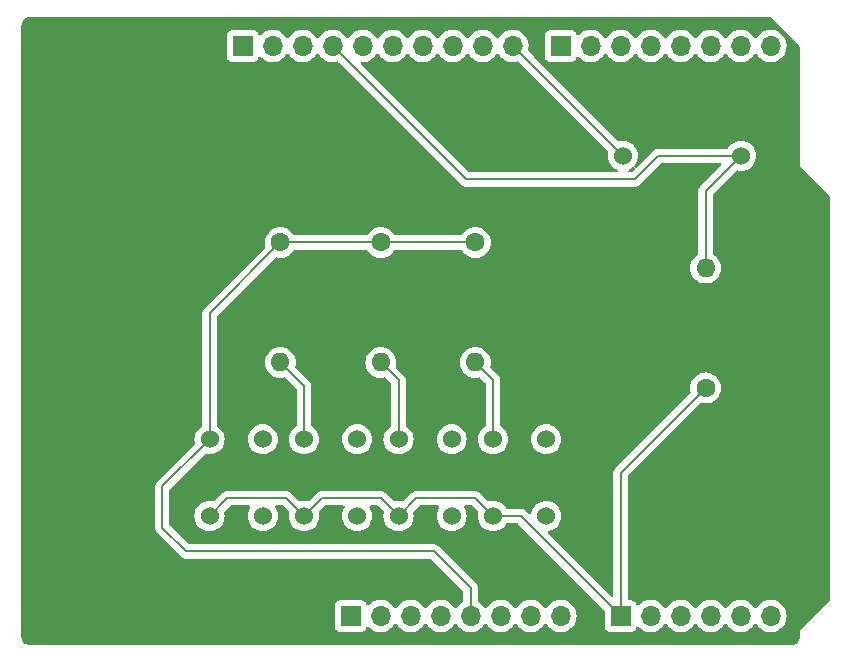
<source format=gtl>
%TF.GenerationSoftware,KiCad,Pcbnew,8.0.0*%
%TF.CreationDate,2024-04-21T11:23:52-04:00*%
%TF.ProjectId,7_keyboard_instrument,375f6b65-7962-46f6-9172-645f696e7374,rev?*%
%TF.SameCoordinates,Original*%
%TF.FileFunction,Copper,L1,Top*%
%TF.FilePolarity,Positive*%
%FSLAX46Y46*%
G04 Gerber Fmt 4.6, Leading zero omitted, Abs format (unit mm)*
G04 Created by KiCad (PCBNEW 8.0.0) date 2024-04-21 11:23:52*
%MOMM*%
%LPD*%
G01*
G04 APERTURE LIST*
%TA.AperFunction,ComponentPad*%
%ADD10R,1.700000X1.700000*%
%TD*%
%TA.AperFunction,ComponentPad*%
%ADD11O,1.700000X1.700000*%
%TD*%
%TA.AperFunction,ComponentPad*%
%ADD12C,1.524000*%
%TD*%
%TA.AperFunction,ComponentPad*%
%ADD13C,1.600000*%
%TD*%
%TA.AperFunction,ComponentPad*%
%ADD14O,1.600000X1.600000*%
%TD*%
%TA.AperFunction,Conductor*%
%ADD15C,0.200000*%
%TD*%
%ADD16C,0.350000*%
G04 APERTURE END LIST*
D10*
%TO.P,J1,1,Pin_1*%
%TO.N,unconnected-(J1-Pin_1-Pad1)*%
X127940000Y-97460000D03*
D11*
%TO.P,J1,2,Pin_2*%
%TO.N,/IOREF*%
X130480000Y-97460000D03*
%TO.P,J1,3,Pin_3*%
%TO.N,/~{RESET}*%
X133020000Y-97460000D03*
%TO.P,J1,4,Pin_4*%
%TO.N,+3V3*%
X135560000Y-97460000D03*
%TO.P,J1,5,Pin_5*%
%TO.N,+5V*%
X138100000Y-97460000D03*
%TO.P,J1,6,Pin_6*%
%TO.N,GND*%
X140640000Y-97460000D03*
%TO.P,J1,7,Pin_7*%
X143180000Y-97460000D03*
%TO.P,J1,8,Pin_8*%
%TO.N,VCC*%
X145720000Y-97460000D03*
%TD*%
D10*
%TO.P,J3,1,Pin_1*%
%TO.N,/A0*%
X150800000Y-97460000D03*
D11*
%TO.P,J3,2,Pin_2*%
%TO.N,/A1*%
X153340000Y-97460000D03*
%TO.P,J3,3,Pin_3*%
%TO.N,/A2*%
X155880000Y-97460000D03*
%TO.P,J3,4,Pin_4*%
%TO.N,/A3*%
X158420000Y-97460000D03*
%TO.P,J3,5,Pin_5*%
%TO.N,/SDA{slash}A4*%
X160960000Y-97460000D03*
%TO.P,J3,6,Pin_6*%
%TO.N,/SCL{slash}A5*%
X163500000Y-97460000D03*
%TD*%
D10*
%TO.P,J2,1,Pin_1*%
%TO.N,/SCL{slash}A5*%
X118796000Y-49200000D03*
D11*
%TO.P,J2,2,Pin_2*%
%TO.N,/SDA{slash}A4*%
X121336000Y-49200000D03*
%TO.P,J2,3,Pin_3*%
%TO.N,/AREF*%
X123876000Y-49200000D03*
%TO.P,J2,4,Pin_4*%
%TO.N,GND*%
X126416000Y-49200000D03*
%TO.P,J2,5,Pin_5*%
%TO.N,/13*%
X128956000Y-49200000D03*
%TO.P,J2,6,Pin_6*%
%TO.N,/12*%
X131496000Y-49200000D03*
%TO.P,J2,7,Pin_7*%
%TO.N,/\u002A11*%
X134036000Y-49200000D03*
%TO.P,J2,8,Pin_8*%
%TO.N,/\u002A10*%
X136576000Y-49200000D03*
%TO.P,J2,9,Pin_9*%
%TO.N,/\u002A9*%
X139116000Y-49200000D03*
%TO.P,J2,10,Pin_10*%
%TO.N,/8*%
X141656000Y-49200000D03*
%TD*%
D10*
%TO.P,J4,1,Pin_1*%
%TO.N,/7*%
X145720000Y-49200000D03*
D11*
%TO.P,J4,2,Pin_2*%
%TO.N,/\u002A6*%
X148260000Y-49200000D03*
%TO.P,J4,3,Pin_3*%
%TO.N,/\u002A5*%
X150800000Y-49200000D03*
%TO.P,J4,4,Pin_4*%
%TO.N,/4*%
X153340000Y-49200000D03*
%TO.P,J4,5,Pin_5*%
%TO.N,/\u002A3*%
X155880000Y-49200000D03*
%TO.P,J4,6,Pin_6*%
%TO.N,/2*%
X158420000Y-49200000D03*
%TO.P,J4,7,Pin_7*%
%TO.N,/TX{slash}1*%
X160960000Y-49200000D03*
%TO.P,J4,8,Pin_8*%
%TO.N,/RX{slash}0*%
X163500000Y-49200000D03*
%TD*%
D12*
%TO.P,SW2,1,1*%
%TO.N,/A0*%
X124000000Y-89000000D03*
%TO.P,SW2,2,2*%
%TO.N,Net-(R1-Pad2)*%
X124000000Y-82500000D03*
%TO.P,SW2,3*%
%TO.N,N/C*%
X128500000Y-82500000D03*
%TO.P,SW2,4*%
X128500000Y-89000000D03*
%TD*%
%TO.P,SW4,1,1*%
%TO.N,/A0*%
X140000000Y-89000000D03*
%TO.P,SW4,2,2*%
%TO.N,Net-(R3-Pad2)*%
X140000000Y-82500000D03*
%TO.P,SW4,3*%
%TO.N,N/C*%
X144500000Y-82500000D03*
%TO.P,SW4,4*%
X144500000Y-89000000D03*
%TD*%
%TO.P,SW1,1,1*%
%TO.N,/A0*%
X116000000Y-89000000D03*
%TO.P,SW1,2,2*%
%TO.N,+5V*%
X116000000Y-82500000D03*
%TO.P,SW1,3*%
%TO.N,N/C*%
X120500000Y-82500000D03*
%TO.P,SW1,4*%
X120500000Y-89000000D03*
%TD*%
D13*
%TO.P,R4,1*%
%TO.N,/A0*%
X158000000Y-78160000D03*
D14*
%TO.P,R4,2*%
%TO.N,GND*%
X158000000Y-68000000D03*
%TD*%
D12*
%TO.P,SW3,1,1*%
%TO.N,/A0*%
X132000000Y-89000000D03*
%TO.P,SW3,2,2*%
%TO.N,Net-(R2-Pad2)*%
X132000000Y-82500000D03*
%TO.P,SW3,3*%
%TO.N,N/C*%
X136500000Y-82500000D03*
%TO.P,SW3,4*%
X136500000Y-89000000D03*
%TD*%
%TO.P,LS1,1,1*%
%TO.N,/8*%
X151000000Y-58500000D03*
%TO.P,LS1,2,2*%
%TO.N,GND*%
X161000000Y-58500000D03*
%TD*%
D13*
%TO.P,R1,1*%
%TO.N,+5V*%
X122000000Y-65840000D03*
D14*
%TO.P,R1,2*%
%TO.N,Net-(R1-Pad2)*%
X122000000Y-76000000D03*
%TD*%
D13*
%TO.P,R3,1*%
%TO.N,+5V*%
X138500000Y-65840000D03*
D14*
%TO.P,R3,2*%
%TO.N,Net-(R3-Pad2)*%
X138500000Y-76000000D03*
%TD*%
D13*
%TO.P,R2,1*%
%TO.N,+5V*%
X130500000Y-65840000D03*
D14*
%TO.P,R2,2*%
%TO.N,Net-(R2-Pad2)*%
X130500000Y-76000000D03*
%TD*%
D15*
%TO.N,GND*%
X158000000Y-68000000D02*
X158000000Y-61500000D01*
X152000000Y-60500000D02*
X137716000Y-60500000D01*
X154000000Y-58500000D02*
X152000000Y-60500000D01*
X158000000Y-61500000D02*
X161000000Y-58500000D01*
X161000000Y-58500000D02*
X154000000Y-58500000D01*
X137716000Y-60500000D02*
X126416000Y-49200000D01*
%TO.N,+5V*%
X130500000Y-65840000D02*
X138500000Y-65840000D01*
X112000000Y-90000000D02*
X112000000Y-86500000D01*
X138100000Y-97460000D02*
X138100000Y-95100000D01*
X135000000Y-92000000D02*
X114000000Y-92000000D01*
X122000000Y-65840000D02*
X130500000Y-65840000D01*
X138100000Y-95100000D02*
X135000000Y-92000000D01*
X116000000Y-71840000D02*
X122000000Y-65840000D01*
X112000000Y-86500000D02*
X116000000Y-82500000D01*
X116000000Y-82500000D02*
X116000000Y-71840000D01*
X114000000Y-92000000D02*
X112000000Y-90000000D01*
%TO.N,/A0*%
X150800000Y-97460000D02*
X150800000Y-85360000D01*
X124000000Y-89000000D02*
X125500000Y-87500000D01*
X150800000Y-85360000D02*
X158000000Y-78160000D01*
X130500000Y-87500000D02*
X132000000Y-89000000D01*
X117500000Y-87500000D02*
X122500000Y-87500000D01*
X132000000Y-89000000D02*
X133500000Y-87500000D01*
X142340000Y-89000000D02*
X150800000Y-97460000D01*
X133500000Y-87500000D02*
X138500000Y-87500000D01*
X116000000Y-89000000D02*
X117500000Y-87500000D01*
X140000000Y-89000000D02*
X142340000Y-89000000D01*
X122500000Y-87500000D02*
X124000000Y-89000000D01*
X125500000Y-87500000D02*
X130500000Y-87500000D01*
X138500000Y-87500000D02*
X140000000Y-89000000D01*
%TO.N,/8*%
X141700000Y-49200000D02*
X141656000Y-49200000D01*
X151000000Y-58500000D02*
X141700000Y-49200000D01*
%TO.N,Net-(R1-Pad2)*%
X124000000Y-82500000D02*
X124000000Y-78000000D01*
X124000000Y-78000000D02*
X122000000Y-76000000D01*
%TO.N,Net-(R2-Pad2)*%
X132000000Y-77500000D02*
X130500000Y-76000000D01*
X132000000Y-82500000D02*
X132000000Y-77500000D01*
%TO.N,Net-(R3-Pad2)*%
X140000000Y-82500000D02*
X140000000Y-77500000D01*
X140000000Y-77500000D02*
X138500000Y-76000000D01*
%TD*%
%TA.AperFunction,NonConductor*%
G36*
X163484404Y-46755185D02*
G01*
X163505046Y-46771819D01*
X165928181Y-49194954D01*
X165961666Y-49256277D01*
X165964500Y-49282635D01*
X165964500Y-59344982D01*
X165964500Y-59375018D01*
X165975994Y-59402767D01*
X165975995Y-59402768D01*
X168468181Y-61894954D01*
X168501666Y-61956277D01*
X168504500Y-61982635D01*
X168504500Y-96107364D01*
X168484815Y-96174403D01*
X168468181Y-96195045D01*
X165997233Y-98665994D01*
X165975995Y-98687231D01*
X165964500Y-98714982D01*
X165964500Y-99231907D01*
X165963903Y-99244062D01*
X165952505Y-99359778D01*
X165947763Y-99383618D01*
X165917832Y-99482290D01*
X165915789Y-99489024D01*
X165906486Y-99511482D01*
X165854561Y-99608627D01*
X165841056Y-99628839D01*
X165771176Y-99713988D01*
X165753988Y-99731176D01*
X165668839Y-99801056D01*
X165648627Y-99814561D01*
X165551482Y-99866486D01*
X165529028Y-99875787D01*
X165487028Y-99888528D01*
X165423618Y-99907763D01*
X165399778Y-99912505D01*
X165291162Y-99923203D01*
X165284060Y-99923903D01*
X165271907Y-99924500D01*
X100768093Y-99924500D01*
X100755939Y-99923903D01*
X100747995Y-99923120D01*
X100640221Y-99912505D01*
X100616381Y-99907763D01*
X100599445Y-99902625D01*
X100510968Y-99875786D01*
X100488517Y-99866486D01*
X100391372Y-99814561D01*
X100371160Y-99801056D01*
X100286011Y-99731176D01*
X100268823Y-99713988D01*
X100198943Y-99628839D01*
X100185438Y-99608627D01*
X100133510Y-99511476D01*
X100124215Y-99489037D01*
X100092234Y-99383612D01*
X100087494Y-99359777D01*
X100076097Y-99244061D01*
X100075500Y-99231907D01*
X100075500Y-90080109D01*
X111391500Y-90080109D01*
X111432968Y-90234874D01*
X111445152Y-90255977D01*
X111513078Y-90373627D01*
X113626372Y-92486921D01*
X113765127Y-92567032D01*
X113842508Y-92587766D01*
X113919889Y-92608500D01*
X113919890Y-92608500D01*
X114080110Y-92608500D01*
X134696589Y-92608500D01*
X134763628Y-92628185D01*
X134784270Y-92644819D01*
X137455181Y-95315729D01*
X137488666Y-95377052D01*
X137491500Y-95403410D01*
X137491500Y-96170740D01*
X137471815Y-96237779D01*
X137426519Y-96279794D01*
X137354427Y-96318809D01*
X137354422Y-96318812D01*
X137176761Y-96457092D01*
X137176756Y-96457097D01*
X137024284Y-96622723D01*
X137024276Y-96622734D01*
X136933808Y-96761206D01*
X136880662Y-96806562D01*
X136811431Y-96815986D01*
X136748095Y-96786484D01*
X136726192Y-96761206D01*
X136635723Y-96622734D01*
X136635715Y-96622723D01*
X136483243Y-96457097D01*
X136483238Y-96457092D01*
X136305577Y-96318812D01*
X136305572Y-96318808D01*
X136107580Y-96211661D01*
X136107577Y-96211659D01*
X136107574Y-96211658D01*
X136107571Y-96211657D01*
X136107569Y-96211656D01*
X135894637Y-96138556D01*
X135672569Y-96101500D01*
X135447431Y-96101500D01*
X135225362Y-96138556D01*
X135012430Y-96211656D01*
X135012419Y-96211661D01*
X134814427Y-96318808D01*
X134814422Y-96318812D01*
X134636761Y-96457092D01*
X134636756Y-96457097D01*
X134484284Y-96622723D01*
X134484276Y-96622734D01*
X134393808Y-96761206D01*
X134340662Y-96806562D01*
X134271431Y-96815986D01*
X134208095Y-96786484D01*
X134186192Y-96761206D01*
X134095723Y-96622734D01*
X134095715Y-96622723D01*
X133943243Y-96457097D01*
X133943238Y-96457092D01*
X133765577Y-96318812D01*
X133765572Y-96318808D01*
X133567580Y-96211661D01*
X133567577Y-96211659D01*
X133567574Y-96211658D01*
X133567571Y-96211657D01*
X133567569Y-96211656D01*
X133354637Y-96138556D01*
X133132569Y-96101500D01*
X132907431Y-96101500D01*
X132685362Y-96138556D01*
X132472430Y-96211656D01*
X132472419Y-96211661D01*
X132274427Y-96318808D01*
X132274422Y-96318812D01*
X132096761Y-96457092D01*
X132096756Y-96457097D01*
X131944284Y-96622723D01*
X131944276Y-96622734D01*
X131853808Y-96761206D01*
X131800662Y-96806562D01*
X131731431Y-96815986D01*
X131668095Y-96786484D01*
X131646192Y-96761206D01*
X131555723Y-96622734D01*
X131555715Y-96622723D01*
X131403243Y-96457097D01*
X131403238Y-96457092D01*
X131225577Y-96318812D01*
X131225572Y-96318808D01*
X131027580Y-96211661D01*
X131027577Y-96211659D01*
X131027574Y-96211658D01*
X131027571Y-96211657D01*
X131027569Y-96211656D01*
X130814637Y-96138556D01*
X130592569Y-96101500D01*
X130367431Y-96101500D01*
X130145362Y-96138556D01*
X129932430Y-96211656D01*
X129932419Y-96211661D01*
X129734427Y-96318808D01*
X129734422Y-96318812D01*
X129556761Y-96457092D01*
X129493548Y-96525760D01*
X129433661Y-96561750D01*
X129363823Y-96559649D01*
X129306207Y-96520124D01*
X129286138Y-96485110D01*
X129240889Y-96363796D01*
X129207214Y-96318812D01*
X129153261Y-96246739D01*
X129036204Y-96159111D01*
X129035172Y-96158726D01*
X128899203Y-96108011D01*
X128838654Y-96101500D01*
X128838638Y-96101500D01*
X127041362Y-96101500D01*
X127041345Y-96101500D01*
X126980797Y-96108011D01*
X126980795Y-96108011D01*
X126843795Y-96159111D01*
X126726739Y-96246739D01*
X126639111Y-96363795D01*
X126588011Y-96500795D01*
X126588011Y-96500797D01*
X126581500Y-96561345D01*
X126581500Y-98358654D01*
X126588011Y-98419202D01*
X126588011Y-98419204D01*
X126639111Y-98556204D01*
X126726739Y-98673261D01*
X126843796Y-98760889D01*
X126980799Y-98811989D01*
X127008050Y-98814918D01*
X127041345Y-98818499D01*
X127041362Y-98818500D01*
X128838638Y-98818500D01*
X128838654Y-98818499D01*
X128865692Y-98815591D01*
X128899201Y-98811989D01*
X129036204Y-98760889D01*
X129153261Y-98673261D01*
X129240889Y-98556204D01*
X129286138Y-98434887D01*
X129328009Y-98378956D01*
X129393474Y-98354539D01*
X129461746Y-98369391D01*
X129493545Y-98394236D01*
X129556760Y-98462906D01*
X129734424Y-98601189D01*
X129734425Y-98601189D01*
X129734427Y-98601191D01*
X129861135Y-98669761D01*
X129932426Y-98708342D01*
X130145365Y-98781444D01*
X130367431Y-98818500D01*
X130592569Y-98818500D01*
X130814635Y-98781444D01*
X131027574Y-98708342D01*
X131225576Y-98601189D01*
X131403240Y-98462906D01*
X131555722Y-98297268D01*
X131646193Y-98158790D01*
X131699338Y-98113437D01*
X131768569Y-98104013D01*
X131831905Y-98133515D01*
X131853804Y-98158787D01*
X131944278Y-98297268D01*
X131944283Y-98297273D01*
X131944284Y-98297276D01*
X132070968Y-98434889D01*
X132096760Y-98462906D01*
X132274424Y-98601189D01*
X132274425Y-98601189D01*
X132274427Y-98601191D01*
X132401135Y-98669761D01*
X132472426Y-98708342D01*
X132685365Y-98781444D01*
X132907431Y-98818500D01*
X133132569Y-98818500D01*
X133354635Y-98781444D01*
X133567574Y-98708342D01*
X133765576Y-98601189D01*
X133943240Y-98462906D01*
X134095722Y-98297268D01*
X134186193Y-98158790D01*
X134239338Y-98113437D01*
X134308569Y-98104013D01*
X134371905Y-98133515D01*
X134393804Y-98158787D01*
X134484278Y-98297268D01*
X134484283Y-98297273D01*
X134484284Y-98297276D01*
X134610968Y-98434889D01*
X134636760Y-98462906D01*
X134814424Y-98601189D01*
X134814425Y-98601189D01*
X134814427Y-98601191D01*
X134941135Y-98669761D01*
X135012426Y-98708342D01*
X135225365Y-98781444D01*
X135447431Y-98818500D01*
X135672569Y-98818500D01*
X135894635Y-98781444D01*
X136107574Y-98708342D01*
X136305576Y-98601189D01*
X136483240Y-98462906D01*
X136635722Y-98297268D01*
X136726193Y-98158790D01*
X136779338Y-98113437D01*
X136848569Y-98104013D01*
X136911905Y-98133515D01*
X136933804Y-98158787D01*
X137024278Y-98297268D01*
X137024283Y-98297273D01*
X137024284Y-98297276D01*
X137150968Y-98434889D01*
X137176760Y-98462906D01*
X137354424Y-98601189D01*
X137354425Y-98601189D01*
X137354427Y-98601191D01*
X137481135Y-98669761D01*
X137552426Y-98708342D01*
X137765365Y-98781444D01*
X137987431Y-98818500D01*
X138212569Y-98818500D01*
X138434635Y-98781444D01*
X138647574Y-98708342D01*
X138845576Y-98601189D01*
X139023240Y-98462906D01*
X139175722Y-98297268D01*
X139266193Y-98158790D01*
X139319338Y-98113437D01*
X139388569Y-98104013D01*
X139451905Y-98133515D01*
X139473804Y-98158787D01*
X139564278Y-98297268D01*
X139564283Y-98297273D01*
X139564284Y-98297276D01*
X139690968Y-98434889D01*
X139716760Y-98462906D01*
X139894424Y-98601189D01*
X139894425Y-98601189D01*
X139894427Y-98601191D01*
X140021135Y-98669761D01*
X140092426Y-98708342D01*
X140305365Y-98781444D01*
X140527431Y-98818500D01*
X140752569Y-98818500D01*
X140974635Y-98781444D01*
X141187574Y-98708342D01*
X141385576Y-98601189D01*
X141563240Y-98462906D01*
X141715722Y-98297268D01*
X141806193Y-98158790D01*
X141859338Y-98113437D01*
X141928569Y-98104013D01*
X141991905Y-98133515D01*
X142013804Y-98158787D01*
X142104278Y-98297268D01*
X142104283Y-98297273D01*
X142104284Y-98297276D01*
X142230968Y-98434889D01*
X142256760Y-98462906D01*
X142434424Y-98601189D01*
X142434425Y-98601189D01*
X142434427Y-98601191D01*
X142561135Y-98669761D01*
X142632426Y-98708342D01*
X142845365Y-98781444D01*
X143067431Y-98818500D01*
X143292569Y-98818500D01*
X143514635Y-98781444D01*
X143727574Y-98708342D01*
X143925576Y-98601189D01*
X144103240Y-98462906D01*
X144255722Y-98297268D01*
X144346193Y-98158790D01*
X144399338Y-98113437D01*
X144468569Y-98104013D01*
X144531905Y-98133515D01*
X144553804Y-98158787D01*
X144644278Y-98297268D01*
X144644283Y-98297273D01*
X144644284Y-98297276D01*
X144770968Y-98434889D01*
X144796760Y-98462906D01*
X144974424Y-98601189D01*
X144974425Y-98601189D01*
X144974427Y-98601191D01*
X145101135Y-98669761D01*
X145172426Y-98708342D01*
X145385365Y-98781444D01*
X145607431Y-98818500D01*
X145832569Y-98818500D01*
X146054635Y-98781444D01*
X146267574Y-98708342D01*
X146465576Y-98601189D01*
X146643240Y-98462906D01*
X146795722Y-98297268D01*
X146918860Y-98108791D01*
X147009296Y-97902616D01*
X147064564Y-97684368D01*
X147083156Y-97460000D01*
X147064564Y-97235632D01*
X147009296Y-97017384D01*
X146918860Y-96811209D01*
X146902706Y-96786484D01*
X146795723Y-96622734D01*
X146795715Y-96622723D01*
X146643243Y-96457097D01*
X146643238Y-96457092D01*
X146465577Y-96318812D01*
X146465572Y-96318808D01*
X146267580Y-96211661D01*
X146267577Y-96211659D01*
X146267574Y-96211658D01*
X146267571Y-96211657D01*
X146267569Y-96211656D01*
X146054637Y-96138556D01*
X145832569Y-96101500D01*
X145607431Y-96101500D01*
X145385362Y-96138556D01*
X145172430Y-96211656D01*
X145172419Y-96211661D01*
X144974427Y-96318808D01*
X144974422Y-96318812D01*
X144796761Y-96457092D01*
X144796756Y-96457097D01*
X144644284Y-96622723D01*
X144644276Y-96622734D01*
X144553808Y-96761206D01*
X144500662Y-96806562D01*
X144431431Y-96815986D01*
X144368095Y-96786484D01*
X144346192Y-96761206D01*
X144255723Y-96622734D01*
X144255715Y-96622723D01*
X144103243Y-96457097D01*
X144103238Y-96457092D01*
X143925577Y-96318812D01*
X143925572Y-96318808D01*
X143727580Y-96211661D01*
X143727577Y-96211659D01*
X143727574Y-96211658D01*
X143727571Y-96211657D01*
X143727569Y-96211656D01*
X143514637Y-96138556D01*
X143292569Y-96101500D01*
X143067431Y-96101500D01*
X142845362Y-96138556D01*
X142632430Y-96211656D01*
X142632419Y-96211661D01*
X142434427Y-96318808D01*
X142434422Y-96318812D01*
X142256761Y-96457092D01*
X142256756Y-96457097D01*
X142104284Y-96622723D01*
X142104276Y-96622734D01*
X142013808Y-96761206D01*
X141960662Y-96806562D01*
X141891431Y-96815986D01*
X141828095Y-96786484D01*
X141806192Y-96761206D01*
X141715723Y-96622734D01*
X141715715Y-96622723D01*
X141563243Y-96457097D01*
X141563238Y-96457092D01*
X141385577Y-96318812D01*
X141385572Y-96318808D01*
X141187580Y-96211661D01*
X141187577Y-96211659D01*
X141187574Y-96211658D01*
X141187571Y-96211657D01*
X141187569Y-96211656D01*
X140974637Y-96138556D01*
X140752569Y-96101500D01*
X140527431Y-96101500D01*
X140305362Y-96138556D01*
X140092430Y-96211656D01*
X140092419Y-96211661D01*
X139894427Y-96318808D01*
X139894422Y-96318812D01*
X139716761Y-96457092D01*
X139716756Y-96457097D01*
X139564284Y-96622723D01*
X139564276Y-96622734D01*
X139473808Y-96761206D01*
X139420662Y-96806562D01*
X139351431Y-96815986D01*
X139288095Y-96786484D01*
X139266192Y-96761206D01*
X139175723Y-96622734D01*
X139175715Y-96622723D01*
X139023243Y-96457097D01*
X139023238Y-96457092D01*
X138845577Y-96318812D01*
X138845578Y-96318812D01*
X138845576Y-96318811D01*
X138835742Y-96313489D01*
X138773481Y-96279794D01*
X138723891Y-96230574D01*
X138708500Y-96170740D01*
X138708500Y-95019891D01*
X138708500Y-95019889D01*
X138667032Y-94865128D01*
X138667032Y-94865127D01*
X138626976Y-94795750D01*
X138586921Y-94726372D01*
X138473628Y-94613079D01*
X138473627Y-94613078D01*
X138469297Y-94608748D01*
X138469286Y-94608738D01*
X135373629Y-91513080D01*
X135373628Y-91513079D01*
X135373627Y-91513078D01*
X135234873Y-91432968D01*
X135157491Y-91412234D01*
X135157490Y-91412233D01*
X135100844Y-91397055D01*
X135080111Y-91391500D01*
X135080110Y-91391500D01*
X114303411Y-91391500D01*
X114236372Y-91371815D01*
X114215730Y-91355181D01*
X112644819Y-89784270D01*
X112611334Y-89722947D01*
X112608500Y-89696589D01*
X112608500Y-89000002D01*
X114724647Y-89000002D01*
X114744021Y-89221457D01*
X114744022Y-89221465D01*
X114801558Y-89436191D01*
X114801559Y-89436193D01*
X114801560Y-89436196D01*
X114848536Y-89536936D01*
X114895511Y-89637676D01*
X114895512Y-89637677D01*
X115023023Y-89819781D01*
X115180219Y-89976977D01*
X115362323Y-90104488D01*
X115563804Y-90198440D01*
X115778537Y-90255978D01*
X115936724Y-90269817D01*
X115999998Y-90275353D01*
X116000000Y-90275353D01*
X116000002Y-90275353D01*
X116055365Y-90270509D01*
X116221463Y-90255978D01*
X116436196Y-90198440D01*
X116637677Y-90104488D01*
X116819781Y-89976977D01*
X116976977Y-89819781D01*
X117104488Y-89637677D01*
X117198440Y-89436196D01*
X117255978Y-89221463D01*
X117275353Y-89000000D01*
X117255978Y-88778537D01*
X117237743Y-88710484D01*
X117239406Y-88640635D01*
X117269835Y-88590712D01*
X117715730Y-88144819D01*
X117777053Y-88111334D01*
X117803411Y-88108500D01*
X119335039Y-88108500D01*
X119402078Y-88128185D01*
X119447833Y-88180989D01*
X119457777Y-88250147D01*
X119436614Y-88303623D01*
X119395515Y-88362319D01*
X119395512Y-88362323D01*
X119301561Y-88563800D01*
X119244022Y-88778535D01*
X119244021Y-88778542D01*
X119224647Y-88999997D01*
X119224647Y-89000002D01*
X119244021Y-89221457D01*
X119244022Y-89221465D01*
X119301558Y-89436191D01*
X119301559Y-89436193D01*
X119301560Y-89436196D01*
X119348536Y-89536936D01*
X119395511Y-89637676D01*
X119395512Y-89637677D01*
X119523023Y-89819781D01*
X119680219Y-89976977D01*
X119862323Y-90104488D01*
X120063804Y-90198440D01*
X120278537Y-90255978D01*
X120436724Y-90269817D01*
X120499998Y-90275353D01*
X120500000Y-90275353D01*
X120500002Y-90275353D01*
X120555365Y-90270509D01*
X120721463Y-90255978D01*
X120936196Y-90198440D01*
X121137677Y-90104488D01*
X121319781Y-89976977D01*
X121476977Y-89819781D01*
X121604488Y-89637677D01*
X121698440Y-89436196D01*
X121755978Y-89221463D01*
X121775353Y-89000000D01*
X121755978Y-88778537D01*
X121698440Y-88563804D01*
X121604488Y-88362324D01*
X121587892Y-88338623D01*
X121563386Y-88303623D01*
X121541059Y-88237417D01*
X121558069Y-88169649D01*
X121609018Y-88121837D01*
X121664961Y-88108500D01*
X122196589Y-88108500D01*
X122263628Y-88128185D01*
X122284270Y-88144819D01*
X122730162Y-88590711D01*
X122763647Y-88652034D01*
X122762256Y-88710485D01*
X122744022Y-88778534D01*
X122744022Y-88778538D01*
X122724647Y-88999997D01*
X122724647Y-89000002D01*
X122744021Y-89221457D01*
X122744022Y-89221465D01*
X122801558Y-89436191D01*
X122801559Y-89436193D01*
X122801560Y-89436196D01*
X122848536Y-89536936D01*
X122895511Y-89637676D01*
X122895512Y-89637677D01*
X123023023Y-89819781D01*
X123180219Y-89976977D01*
X123362323Y-90104488D01*
X123563804Y-90198440D01*
X123778537Y-90255978D01*
X123936724Y-90269817D01*
X123999998Y-90275353D01*
X124000000Y-90275353D01*
X124000002Y-90275353D01*
X124055365Y-90270509D01*
X124221463Y-90255978D01*
X124436196Y-90198440D01*
X124637677Y-90104488D01*
X124819781Y-89976977D01*
X124976977Y-89819781D01*
X125104488Y-89637677D01*
X125198440Y-89436196D01*
X125255978Y-89221463D01*
X125275353Y-89000000D01*
X125255978Y-88778537D01*
X125237743Y-88710484D01*
X125239406Y-88640635D01*
X125269835Y-88590712D01*
X125715730Y-88144819D01*
X125777053Y-88111334D01*
X125803411Y-88108500D01*
X127335039Y-88108500D01*
X127402078Y-88128185D01*
X127447833Y-88180989D01*
X127457777Y-88250147D01*
X127436614Y-88303623D01*
X127395515Y-88362319D01*
X127395512Y-88362323D01*
X127301561Y-88563800D01*
X127244022Y-88778535D01*
X127244021Y-88778542D01*
X127224647Y-88999997D01*
X127224647Y-89000002D01*
X127244021Y-89221457D01*
X127244022Y-89221465D01*
X127301558Y-89436191D01*
X127301559Y-89436193D01*
X127301560Y-89436196D01*
X127348536Y-89536936D01*
X127395511Y-89637676D01*
X127395512Y-89637677D01*
X127523023Y-89819781D01*
X127680219Y-89976977D01*
X127862323Y-90104488D01*
X128063804Y-90198440D01*
X128278537Y-90255978D01*
X128436724Y-90269817D01*
X128499998Y-90275353D01*
X128500000Y-90275353D01*
X128500002Y-90275353D01*
X128555365Y-90270509D01*
X128721463Y-90255978D01*
X128936196Y-90198440D01*
X129137677Y-90104488D01*
X129319781Y-89976977D01*
X129476977Y-89819781D01*
X129604488Y-89637677D01*
X129698440Y-89436196D01*
X129755978Y-89221463D01*
X129775353Y-89000000D01*
X129755978Y-88778537D01*
X129698440Y-88563804D01*
X129604488Y-88362324D01*
X129587892Y-88338623D01*
X129563386Y-88303623D01*
X129541059Y-88237417D01*
X129558069Y-88169649D01*
X129609018Y-88121837D01*
X129664961Y-88108500D01*
X130196589Y-88108500D01*
X130263628Y-88128185D01*
X130284270Y-88144819D01*
X130730162Y-88590711D01*
X130763647Y-88652034D01*
X130762256Y-88710485D01*
X130744022Y-88778534D01*
X130744022Y-88778538D01*
X130724647Y-88999997D01*
X130724647Y-89000002D01*
X130744021Y-89221457D01*
X130744022Y-89221465D01*
X130801558Y-89436191D01*
X130801559Y-89436193D01*
X130801560Y-89436196D01*
X130848536Y-89536936D01*
X130895511Y-89637676D01*
X130895512Y-89637677D01*
X131023023Y-89819781D01*
X131180219Y-89976977D01*
X131362323Y-90104488D01*
X131563804Y-90198440D01*
X131778537Y-90255978D01*
X131936724Y-90269817D01*
X131999998Y-90275353D01*
X132000000Y-90275353D01*
X132000002Y-90275353D01*
X132055365Y-90270509D01*
X132221463Y-90255978D01*
X132436196Y-90198440D01*
X132637677Y-90104488D01*
X132819781Y-89976977D01*
X132976977Y-89819781D01*
X133104488Y-89637677D01*
X133198440Y-89436196D01*
X133255978Y-89221463D01*
X133275353Y-89000000D01*
X133255978Y-88778537D01*
X133237743Y-88710484D01*
X133239406Y-88640635D01*
X133269835Y-88590712D01*
X133715730Y-88144819D01*
X133777053Y-88111334D01*
X133803411Y-88108500D01*
X135335039Y-88108500D01*
X135402078Y-88128185D01*
X135447833Y-88180989D01*
X135457777Y-88250147D01*
X135436614Y-88303623D01*
X135395515Y-88362319D01*
X135395512Y-88362323D01*
X135301561Y-88563800D01*
X135244022Y-88778535D01*
X135244021Y-88778542D01*
X135224647Y-88999997D01*
X135224647Y-89000002D01*
X135244021Y-89221457D01*
X135244022Y-89221465D01*
X135301558Y-89436191D01*
X135301559Y-89436193D01*
X135301560Y-89436196D01*
X135348536Y-89536936D01*
X135395511Y-89637676D01*
X135395512Y-89637677D01*
X135523023Y-89819781D01*
X135680219Y-89976977D01*
X135862323Y-90104488D01*
X136063804Y-90198440D01*
X136278537Y-90255978D01*
X136436724Y-90269817D01*
X136499998Y-90275353D01*
X136500000Y-90275353D01*
X136500002Y-90275353D01*
X136555365Y-90270509D01*
X136721463Y-90255978D01*
X136936196Y-90198440D01*
X137137677Y-90104488D01*
X137319781Y-89976977D01*
X137476977Y-89819781D01*
X137604488Y-89637677D01*
X137698440Y-89436196D01*
X137755978Y-89221463D01*
X137775353Y-89000000D01*
X137755978Y-88778537D01*
X137698440Y-88563804D01*
X137604488Y-88362324D01*
X137587892Y-88338623D01*
X137563386Y-88303623D01*
X137541059Y-88237417D01*
X137558069Y-88169649D01*
X137609018Y-88121837D01*
X137664961Y-88108500D01*
X138196589Y-88108500D01*
X138263628Y-88128185D01*
X138284270Y-88144819D01*
X138730162Y-88590711D01*
X138763647Y-88652034D01*
X138762256Y-88710485D01*
X138744022Y-88778534D01*
X138744022Y-88778538D01*
X138724647Y-88999997D01*
X138724647Y-89000002D01*
X138744021Y-89221457D01*
X138744022Y-89221465D01*
X138801558Y-89436191D01*
X138801559Y-89436193D01*
X138801560Y-89436196D01*
X138848536Y-89536936D01*
X138895511Y-89637676D01*
X138895512Y-89637677D01*
X139023023Y-89819781D01*
X139180219Y-89976977D01*
X139362323Y-90104488D01*
X139563804Y-90198440D01*
X139778537Y-90255978D01*
X139936724Y-90269817D01*
X139999998Y-90275353D01*
X140000000Y-90275353D01*
X140000002Y-90275353D01*
X140055365Y-90270509D01*
X140221463Y-90255978D01*
X140436196Y-90198440D01*
X140637677Y-90104488D01*
X140819781Y-89976977D01*
X140976977Y-89819781D01*
X141087894Y-89661374D01*
X141142470Y-89617751D01*
X141189468Y-89608500D01*
X142036589Y-89608500D01*
X142103628Y-89628185D01*
X142124270Y-89644819D01*
X149405181Y-96925730D01*
X149438666Y-96987053D01*
X149441500Y-97013411D01*
X149441500Y-98358654D01*
X149448011Y-98419202D01*
X149448011Y-98419204D01*
X149499111Y-98556204D01*
X149586739Y-98673261D01*
X149703796Y-98760889D01*
X149840799Y-98811989D01*
X149868050Y-98814918D01*
X149901345Y-98818499D01*
X149901362Y-98818500D01*
X151698638Y-98818500D01*
X151698654Y-98818499D01*
X151725692Y-98815591D01*
X151759201Y-98811989D01*
X151896204Y-98760889D01*
X152013261Y-98673261D01*
X152100889Y-98556204D01*
X152146138Y-98434887D01*
X152188009Y-98378956D01*
X152253474Y-98354539D01*
X152321746Y-98369391D01*
X152353545Y-98394236D01*
X152416760Y-98462906D01*
X152594424Y-98601189D01*
X152594425Y-98601189D01*
X152594427Y-98601191D01*
X152721135Y-98669761D01*
X152792426Y-98708342D01*
X153005365Y-98781444D01*
X153227431Y-98818500D01*
X153452569Y-98818500D01*
X153674635Y-98781444D01*
X153887574Y-98708342D01*
X154085576Y-98601189D01*
X154263240Y-98462906D01*
X154415722Y-98297268D01*
X154506193Y-98158790D01*
X154559338Y-98113437D01*
X154628569Y-98104013D01*
X154691905Y-98133515D01*
X154713804Y-98158787D01*
X154804278Y-98297268D01*
X154804283Y-98297273D01*
X154804284Y-98297276D01*
X154930968Y-98434889D01*
X154956760Y-98462906D01*
X155134424Y-98601189D01*
X155134425Y-98601189D01*
X155134427Y-98601191D01*
X155261135Y-98669761D01*
X155332426Y-98708342D01*
X155545365Y-98781444D01*
X155767431Y-98818500D01*
X155992569Y-98818500D01*
X156214635Y-98781444D01*
X156427574Y-98708342D01*
X156625576Y-98601189D01*
X156803240Y-98462906D01*
X156955722Y-98297268D01*
X157046193Y-98158790D01*
X157099338Y-98113437D01*
X157168569Y-98104013D01*
X157231905Y-98133515D01*
X157253804Y-98158787D01*
X157344278Y-98297268D01*
X157344283Y-98297273D01*
X157344284Y-98297276D01*
X157470968Y-98434889D01*
X157496760Y-98462906D01*
X157674424Y-98601189D01*
X157674425Y-98601189D01*
X157674427Y-98601191D01*
X157801135Y-98669761D01*
X157872426Y-98708342D01*
X158085365Y-98781444D01*
X158307431Y-98818500D01*
X158532569Y-98818500D01*
X158754635Y-98781444D01*
X158967574Y-98708342D01*
X159165576Y-98601189D01*
X159343240Y-98462906D01*
X159495722Y-98297268D01*
X159586193Y-98158790D01*
X159639338Y-98113437D01*
X159708569Y-98104013D01*
X159771905Y-98133515D01*
X159793804Y-98158787D01*
X159884278Y-98297268D01*
X159884283Y-98297273D01*
X159884284Y-98297276D01*
X160010968Y-98434889D01*
X160036760Y-98462906D01*
X160214424Y-98601189D01*
X160214425Y-98601189D01*
X160214427Y-98601191D01*
X160341135Y-98669761D01*
X160412426Y-98708342D01*
X160625365Y-98781444D01*
X160847431Y-98818500D01*
X161072569Y-98818500D01*
X161294635Y-98781444D01*
X161507574Y-98708342D01*
X161705576Y-98601189D01*
X161883240Y-98462906D01*
X162035722Y-98297268D01*
X162126193Y-98158790D01*
X162179338Y-98113437D01*
X162248569Y-98104013D01*
X162311905Y-98133515D01*
X162333804Y-98158787D01*
X162424278Y-98297268D01*
X162424283Y-98297273D01*
X162424284Y-98297276D01*
X162550968Y-98434889D01*
X162576760Y-98462906D01*
X162754424Y-98601189D01*
X162754425Y-98601189D01*
X162754427Y-98601191D01*
X162881135Y-98669761D01*
X162952426Y-98708342D01*
X163165365Y-98781444D01*
X163387431Y-98818500D01*
X163612569Y-98818500D01*
X163834635Y-98781444D01*
X164047574Y-98708342D01*
X164245576Y-98601189D01*
X164423240Y-98462906D01*
X164575722Y-98297268D01*
X164698860Y-98108791D01*
X164789296Y-97902616D01*
X164844564Y-97684368D01*
X164863156Y-97460000D01*
X164844564Y-97235632D01*
X164789296Y-97017384D01*
X164698860Y-96811209D01*
X164682706Y-96786484D01*
X164575723Y-96622734D01*
X164575715Y-96622723D01*
X164423243Y-96457097D01*
X164423238Y-96457092D01*
X164245577Y-96318812D01*
X164245572Y-96318808D01*
X164047580Y-96211661D01*
X164047577Y-96211659D01*
X164047574Y-96211658D01*
X164047571Y-96211657D01*
X164047569Y-96211656D01*
X163834637Y-96138556D01*
X163612569Y-96101500D01*
X163387431Y-96101500D01*
X163165362Y-96138556D01*
X162952430Y-96211656D01*
X162952419Y-96211661D01*
X162754427Y-96318808D01*
X162754422Y-96318812D01*
X162576761Y-96457092D01*
X162576756Y-96457097D01*
X162424284Y-96622723D01*
X162424276Y-96622734D01*
X162333808Y-96761206D01*
X162280662Y-96806562D01*
X162211431Y-96815986D01*
X162148095Y-96786484D01*
X162126192Y-96761206D01*
X162035723Y-96622734D01*
X162035715Y-96622723D01*
X161883243Y-96457097D01*
X161883238Y-96457092D01*
X161705577Y-96318812D01*
X161705572Y-96318808D01*
X161507580Y-96211661D01*
X161507577Y-96211659D01*
X161507574Y-96211658D01*
X161507571Y-96211657D01*
X161507569Y-96211656D01*
X161294637Y-96138556D01*
X161072569Y-96101500D01*
X160847431Y-96101500D01*
X160625362Y-96138556D01*
X160412430Y-96211656D01*
X160412419Y-96211661D01*
X160214427Y-96318808D01*
X160214422Y-96318812D01*
X160036761Y-96457092D01*
X160036756Y-96457097D01*
X159884284Y-96622723D01*
X159884276Y-96622734D01*
X159793808Y-96761206D01*
X159740662Y-96806562D01*
X159671431Y-96815986D01*
X159608095Y-96786484D01*
X159586192Y-96761206D01*
X159495723Y-96622734D01*
X159495715Y-96622723D01*
X159343243Y-96457097D01*
X159343238Y-96457092D01*
X159165577Y-96318812D01*
X159165572Y-96318808D01*
X158967580Y-96211661D01*
X158967577Y-96211659D01*
X158967574Y-96211658D01*
X158967571Y-96211657D01*
X158967569Y-96211656D01*
X158754637Y-96138556D01*
X158532569Y-96101500D01*
X158307431Y-96101500D01*
X158085362Y-96138556D01*
X157872430Y-96211656D01*
X157872419Y-96211661D01*
X157674427Y-96318808D01*
X157674422Y-96318812D01*
X157496761Y-96457092D01*
X157496756Y-96457097D01*
X157344284Y-96622723D01*
X157344276Y-96622734D01*
X157253808Y-96761206D01*
X157200662Y-96806562D01*
X157131431Y-96815986D01*
X157068095Y-96786484D01*
X157046192Y-96761206D01*
X156955723Y-96622734D01*
X156955715Y-96622723D01*
X156803243Y-96457097D01*
X156803238Y-96457092D01*
X156625577Y-96318812D01*
X156625572Y-96318808D01*
X156427580Y-96211661D01*
X156427577Y-96211659D01*
X156427574Y-96211658D01*
X156427571Y-96211657D01*
X156427569Y-96211656D01*
X156214637Y-96138556D01*
X155992569Y-96101500D01*
X155767431Y-96101500D01*
X155545362Y-96138556D01*
X155332430Y-96211656D01*
X155332419Y-96211661D01*
X155134427Y-96318808D01*
X155134422Y-96318812D01*
X154956761Y-96457092D01*
X154956756Y-96457097D01*
X154804284Y-96622723D01*
X154804276Y-96622734D01*
X154713808Y-96761206D01*
X154660662Y-96806562D01*
X154591431Y-96815986D01*
X154528095Y-96786484D01*
X154506192Y-96761206D01*
X154415723Y-96622734D01*
X154415715Y-96622723D01*
X154263243Y-96457097D01*
X154263238Y-96457092D01*
X154085577Y-96318812D01*
X154085572Y-96318808D01*
X153887580Y-96211661D01*
X153887577Y-96211659D01*
X153887574Y-96211658D01*
X153887571Y-96211657D01*
X153887569Y-96211656D01*
X153674637Y-96138556D01*
X153452569Y-96101500D01*
X153227431Y-96101500D01*
X153005362Y-96138556D01*
X152792430Y-96211656D01*
X152792419Y-96211661D01*
X152594427Y-96318808D01*
X152594422Y-96318812D01*
X152416761Y-96457092D01*
X152353548Y-96525760D01*
X152293661Y-96561750D01*
X152223823Y-96559649D01*
X152166207Y-96520124D01*
X152146138Y-96485110D01*
X152100889Y-96363796D01*
X152067214Y-96318812D01*
X152013261Y-96246739D01*
X151896204Y-96159111D01*
X151895172Y-96158726D01*
X151759203Y-96108011D01*
X151698654Y-96101500D01*
X151698638Y-96101500D01*
X151532500Y-96101500D01*
X151465461Y-96081815D01*
X151419706Y-96029011D01*
X151408500Y-95977500D01*
X151408500Y-85663410D01*
X151428185Y-85596371D01*
X151444814Y-85575734D01*
X157559686Y-79460861D01*
X157621007Y-79427378D01*
X157679457Y-79428768D01*
X157771913Y-79453543D01*
X157847942Y-79460194D01*
X157999998Y-79473498D01*
X158000000Y-79473498D01*
X158000002Y-79473498D01*
X158057021Y-79468509D01*
X158228087Y-79453543D01*
X158449243Y-79394284D01*
X158656749Y-79297523D01*
X158844300Y-79166198D01*
X159006198Y-79004300D01*
X159137523Y-78816749D01*
X159234284Y-78609243D01*
X159293543Y-78388087D01*
X159313498Y-78160000D01*
X159293543Y-77931913D01*
X159234284Y-77710757D01*
X159137523Y-77503251D01*
X159006198Y-77315700D01*
X158844300Y-77153802D01*
X158656749Y-77022477D01*
X158656745Y-77022475D01*
X158449249Y-76925718D01*
X158449238Y-76925714D01*
X158228089Y-76866457D01*
X158228081Y-76866456D01*
X158000002Y-76846502D01*
X157999998Y-76846502D01*
X157771918Y-76866456D01*
X157771910Y-76866457D01*
X157550761Y-76925714D01*
X157550750Y-76925718D01*
X157343254Y-77022475D01*
X157343252Y-77022476D01*
X157343251Y-77022477D01*
X157155700Y-77153802D01*
X157155698Y-77153803D01*
X157155695Y-77153806D01*
X156993806Y-77315695D01*
X156993803Y-77315698D01*
X156993802Y-77315700D01*
X156911767Y-77432856D01*
X156862476Y-77503252D01*
X156862475Y-77503254D01*
X156765718Y-77710750D01*
X156765714Y-77710761D01*
X156706457Y-77931910D01*
X156706456Y-77931918D01*
X156686502Y-78159998D01*
X156686502Y-78160001D01*
X156706456Y-78388081D01*
X156706458Y-78388092D01*
X156731229Y-78480540D01*
X156729566Y-78550390D01*
X156699135Y-78600314D01*
X150313080Y-84986370D01*
X150313076Y-84986376D01*
X150232967Y-85125126D01*
X150232968Y-85125126D01*
X150232968Y-85125127D01*
X150191500Y-85279889D01*
X150191500Y-95691589D01*
X150171815Y-95758628D01*
X150119011Y-95804383D01*
X150049853Y-95814327D01*
X149986297Y-95785302D01*
X149979819Y-95779270D01*
X144664382Y-90463833D01*
X144630897Y-90402510D01*
X144635881Y-90332818D01*
X144677753Y-90276885D01*
X144719970Y-90256377D01*
X144721457Y-90255978D01*
X144721463Y-90255978D01*
X144936196Y-90198440D01*
X145137677Y-90104488D01*
X145319781Y-89976977D01*
X145476977Y-89819781D01*
X145604488Y-89637677D01*
X145698440Y-89436196D01*
X145755978Y-89221463D01*
X145775353Y-89000000D01*
X145755978Y-88778537D01*
X145698440Y-88563804D01*
X145604488Y-88362324D01*
X145604486Y-88362321D01*
X145604485Y-88362319D01*
X145476978Y-88180220D01*
X145405258Y-88108500D01*
X145319781Y-88023023D01*
X145137677Y-87895512D01*
X145137678Y-87895512D01*
X145137676Y-87895511D01*
X145036936Y-87848536D01*
X144936196Y-87801560D01*
X144936193Y-87801559D01*
X144936191Y-87801558D01*
X144721465Y-87744022D01*
X144721457Y-87744021D01*
X144500002Y-87724647D01*
X144499998Y-87724647D01*
X144278542Y-87744021D01*
X144278535Y-87744022D01*
X144063800Y-87801561D01*
X143862323Y-87895512D01*
X143862319Y-87895514D01*
X143680217Y-88023023D01*
X143523023Y-88180217D01*
X143395514Y-88362319D01*
X143395512Y-88362323D01*
X143301561Y-88563800D01*
X143243622Y-88780030D01*
X143207256Y-88839690D01*
X143144409Y-88870219D01*
X143075034Y-88861924D01*
X143036166Y-88835617D01*
X142713629Y-88513080D01*
X142713627Y-88513078D01*
X142574873Y-88432968D01*
X142497491Y-88412234D01*
X142497490Y-88412233D01*
X142440844Y-88397055D01*
X142420111Y-88391500D01*
X142420110Y-88391500D01*
X141189468Y-88391500D01*
X141122429Y-88371815D01*
X141087893Y-88338623D01*
X140976978Y-88180220D01*
X140905258Y-88108500D01*
X140819781Y-88023023D01*
X140637677Y-87895512D01*
X140637678Y-87895512D01*
X140637676Y-87895511D01*
X140536936Y-87848536D01*
X140436196Y-87801560D01*
X140436193Y-87801559D01*
X140436191Y-87801558D01*
X140221465Y-87744022D01*
X140221457Y-87744021D01*
X140000002Y-87724647D01*
X139999998Y-87724647D01*
X139852358Y-87737563D01*
X139778537Y-87744022D01*
X139778534Y-87744022D01*
X139710485Y-87762256D01*
X139640635Y-87760593D01*
X139590711Y-87730162D01*
X138873629Y-87013080D01*
X138873627Y-87013078D01*
X138734873Y-86932968D01*
X138657491Y-86912234D01*
X138657490Y-86912233D01*
X138600844Y-86897055D01*
X138580111Y-86891500D01*
X133419889Y-86891500D01*
X133342508Y-86912233D01*
X133342508Y-86912234D01*
X133265127Y-86932968D01*
X133265125Y-86932968D01*
X133265125Y-86932969D01*
X133126372Y-87013079D01*
X133126369Y-87013081D01*
X132409287Y-87730162D01*
X132347964Y-87763647D01*
X132289513Y-87762256D01*
X132221463Y-87744022D01*
X132221452Y-87744021D01*
X132000002Y-87724647D01*
X131999998Y-87724647D01*
X131852358Y-87737563D01*
X131778537Y-87744022D01*
X131778534Y-87744022D01*
X131710485Y-87762256D01*
X131640635Y-87760593D01*
X131590711Y-87730162D01*
X130873629Y-87013080D01*
X130873627Y-87013078D01*
X130734873Y-86932968D01*
X130657491Y-86912234D01*
X130657490Y-86912233D01*
X130600844Y-86897055D01*
X130580111Y-86891500D01*
X125419889Y-86891500D01*
X125342508Y-86912233D01*
X125342508Y-86912234D01*
X125265127Y-86932968D01*
X125265125Y-86932968D01*
X125265125Y-86932969D01*
X125126372Y-87013079D01*
X125126369Y-87013081D01*
X124409287Y-87730162D01*
X124347964Y-87763647D01*
X124289513Y-87762256D01*
X124221463Y-87744022D01*
X124221452Y-87744021D01*
X124000002Y-87724647D01*
X123999998Y-87724647D01*
X123852358Y-87737563D01*
X123778537Y-87744022D01*
X123778534Y-87744022D01*
X123710485Y-87762256D01*
X123640635Y-87760593D01*
X123590711Y-87730162D01*
X122873629Y-87013080D01*
X122873627Y-87013078D01*
X122734873Y-86932968D01*
X122657491Y-86912234D01*
X122657490Y-86912233D01*
X122600844Y-86897055D01*
X122580111Y-86891500D01*
X117419889Y-86891500D01*
X117342508Y-86912233D01*
X117342508Y-86912234D01*
X117265127Y-86932968D01*
X117265125Y-86932968D01*
X117265125Y-86932969D01*
X117126372Y-87013079D01*
X117126369Y-87013081D01*
X116409287Y-87730162D01*
X116347964Y-87763647D01*
X116289513Y-87762256D01*
X116221463Y-87744022D01*
X116221452Y-87744021D01*
X116000002Y-87724647D01*
X115999998Y-87724647D01*
X115778542Y-87744021D01*
X115778535Y-87744022D01*
X115563800Y-87801561D01*
X115362323Y-87895512D01*
X115362319Y-87895514D01*
X115180217Y-88023023D01*
X115023023Y-88180217D01*
X114895514Y-88362319D01*
X114895512Y-88362323D01*
X114801561Y-88563800D01*
X114744022Y-88778535D01*
X114744021Y-88778542D01*
X114724647Y-88999997D01*
X114724647Y-89000002D01*
X112608500Y-89000002D01*
X112608500Y-86803410D01*
X112628185Y-86736371D01*
X112644814Y-86715734D01*
X115590712Y-83769835D01*
X115652033Y-83736352D01*
X115710484Y-83737742D01*
X115778537Y-83755978D01*
X115936724Y-83769817D01*
X115999998Y-83775353D01*
X116000000Y-83775353D01*
X116000002Y-83775353D01*
X116063050Y-83769837D01*
X116221463Y-83755978D01*
X116436196Y-83698440D01*
X116637677Y-83604488D01*
X116819781Y-83476977D01*
X116976977Y-83319781D01*
X117104488Y-83137677D01*
X117198440Y-82936196D01*
X117255978Y-82721463D01*
X117275353Y-82500002D01*
X119224647Y-82500002D01*
X119244021Y-82721457D01*
X119244022Y-82721465D01*
X119301558Y-82936191D01*
X119301559Y-82936193D01*
X119301560Y-82936196D01*
X119348536Y-83036936D01*
X119395511Y-83137676D01*
X119395512Y-83137677D01*
X119523023Y-83319781D01*
X119680219Y-83476977D01*
X119862323Y-83604488D01*
X120063804Y-83698440D01*
X120278537Y-83755978D01*
X120436724Y-83769817D01*
X120499998Y-83775353D01*
X120500000Y-83775353D01*
X120500002Y-83775353D01*
X120563050Y-83769837D01*
X120721463Y-83755978D01*
X120936196Y-83698440D01*
X121137677Y-83604488D01*
X121319781Y-83476977D01*
X121476977Y-83319781D01*
X121604488Y-83137677D01*
X121698440Y-82936196D01*
X121755978Y-82721463D01*
X121775353Y-82500000D01*
X121755978Y-82278537D01*
X121698440Y-82063804D01*
X121604488Y-81862324D01*
X121604486Y-81862321D01*
X121604485Y-81862319D01*
X121476978Y-81680220D01*
X121476975Y-81680217D01*
X121319781Y-81523023D01*
X121137677Y-81395512D01*
X121137678Y-81395512D01*
X121137676Y-81395511D01*
X121036936Y-81348536D01*
X120936196Y-81301560D01*
X120936193Y-81301559D01*
X120936191Y-81301558D01*
X120721465Y-81244022D01*
X120721457Y-81244021D01*
X120500002Y-81224647D01*
X120499998Y-81224647D01*
X120278542Y-81244021D01*
X120278535Y-81244022D01*
X120063800Y-81301561D01*
X119862323Y-81395512D01*
X119862319Y-81395514D01*
X119680217Y-81523023D01*
X119523023Y-81680217D01*
X119395514Y-81862319D01*
X119395512Y-81862323D01*
X119301561Y-82063800D01*
X119244022Y-82278535D01*
X119244021Y-82278542D01*
X119224647Y-82499997D01*
X119224647Y-82500002D01*
X117275353Y-82500002D01*
X117275353Y-82500000D01*
X117255978Y-82278537D01*
X117198440Y-82063804D01*
X117104488Y-81862324D01*
X117104486Y-81862321D01*
X117104485Y-81862319D01*
X116976978Y-81680220D01*
X116976975Y-81680217D01*
X116819781Y-81523023D01*
X116808159Y-81514885D01*
X116661376Y-81412105D01*
X116617751Y-81357528D01*
X116608500Y-81310531D01*
X116608500Y-76000001D01*
X120686502Y-76000001D01*
X120706456Y-76228081D01*
X120706457Y-76228089D01*
X120765714Y-76449238D01*
X120765718Y-76449249D01*
X120862475Y-76656745D01*
X120862477Y-76656749D01*
X120993802Y-76844300D01*
X121155700Y-77006198D01*
X121343251Y-77137523D01*
X121468091Y-77195736D01*
X121550750Y-77234281D01*
X121550752Y-77234281D01*
X121550757Y-77234284D01*
X121771913Y-77293543D01*
X121934832Y-77307796D01*
X121999998Y-77313498D01*
X122000000Y-77313498D01*
X122000002Y-77313498D01*
X122031614Y-77310732D01*
X122228087Y-77293543D01*
X122320538Y-77268770D01*
X122390388Y-77270431D01*
X122440314Y-77300863D01*
X123355181Y-78215730D01*
X123388666Y-78277053D01*
X123391500Y-78303411D01*
X123391500Y-81310532D01*
X123371815Y-81377571D01*
X123338623Y-81412107D01*
X123180217Y-81523023D01*
X123023023Y-81680217D01*
X122895514Y-81862319D01*
X122895512Y-81862323D01*
X122801561Y-82063800D01*
X122744022Y-82278535D01*
X122744021Y-82278542D01*
X122724647Y-82499997D01*
X122724647Y-82500002D01*
X122744021Y-82721457D01*
X122744022Y-82721465D01*
X122801558Y-82936191D01*
X122801559Y-82936193D01*
X122801560Y-82936196D01*
X122848536Y-83036936D01*
X122895511Y-83137676D01*
X122895512Y-83137677D01*
X123023023Y-83319781D01*
X123180219Y-83476977D01*
X123362323Y-83604488D01*
X123563804Y-83698440D01*
X123778537Y-83755978D01*
X123936724Y-83769817D01*
X123999998Y-83775353D01*
X124000000Y-83775353D01*
X124000002Y-83775353D01*
X124063050Y-83769837D01*
X124221463Y-83755978D01*
X124436196Y-83698440D01*
X124637677Y-83604488D01*
X124819781Y-83476977D01*
X124976977Y-83319781D01*
X125104488Y-83137677D01*
X125198440Y-82936196D01*
X125255978Y-82721463D01*
X125275353Y-82500002D01*
X127224647Y-82500002D01*
X127244021Y-82721457D01*
X127244022Y-82721465D01*
X127301558Y-82936191D01*
X127301559Y-82936193D01*
X127301560Y-82936196D01*
X127348536Y-83036936D01*
X127395511Y-83137676D01*
X127395512Y-83137677D01*
X127523023Y-83319781D01*
X127680219Y-83476977D01*
X127862323Y-83604488D01*
X128063804Y-83698440D01*
X128278537Y-83755978D01*
X128436724Y-83769817D01*
X128499998Y-83775353D01*
X128500000Y-83775353D01*
X128500002Y-83775353D01*
X128563050Y-83769837D01*
X128721463Y-83755978D01*
X128936196Y-83698440D01*
X129137677Y-83604488D01*
X129319781Y-83476977D01*
X129476977Y-83319781D01*
X129604488Y-83137677D01*
X129698440Y-82936196D01*
X129755978Y-82721463D01*
X129775353Y-82500000D01*
X129755978Y-82278537D01*
X129698440Y-82063804D01*
X129604488Y-81862324D01*
X129604486Y-81862321D01*
X129604485Y-81862319D01*
X129476978Y-81680220D01*
X129476975Y-81680217D01*
X129319781Y-81523023D01*
X129137677Y-81395512D01*
X129137678Y-81395512D01*
X129137676Y-81395511D01*
X129036936Y-81348536D01*
X128936196Y-81301560D01*
X128936193Y-81301559D01*
X128936191Y-81301558D01*
X128721465Y-81244022D01*
X128721457Y-81244021D01*
X128500002Y-81224647D01*
X128499998Y-81224647D01*
X128278542Y-81244021D01*
X128278535Y-81244022D01*
X128063800Y-81301561D01*
X127862323Y-81395512D01*
X127862319Y-81395514D01*
X127680217Y-81523023D01*
X127523023Y-81680217D01*
X127395514Y-81862319D01*
X127395512Y-81862323D01*
X127301561Y-82063800D01*
X127244022Y-82278535D01*
X127244021Y-82278542D01*
X127224647Y-82499997D01*
X127224647Y-82500002D01*
X125275353Y-82500002D01*
X125275353Y-82500000D01*
X125255978Y-82278537D01*
X125198440Y-82063804D01*
X125104488Y-81862324D01*
X125104486Y-81862321D01*
X125104485Y-81862319D01*
X124976978Y-81680220D01*
X124976975Y-81680217D01*
X124819781Y-81523023D01*
X124808159Y-81514885D01*
X124661376Y-81412105D01*
X124617751Y-81357528D01*
X124608500Y-81310531D01*
X124608500Y-77919891D01*
X124608500Y-77919889D01*
X124567032Y-77765128D01*
X124567032Y-77765127D01*
X124486921Y-77626372D01*
X123300863Y-76440314D01*
X123267378Y-76378991D01*
X123268770Y-76320538D01*
X123293541Y-76228094D01*
X123293542Y-76228089D01*
X123293543Y-76228087D01*
X123313498Y-76000001D01*
X129186502Y-76000001D01*
X129206456Y-76228081D01*
X129206457Y-76228089D01*
X129265714Y-76449238D01*
X129265718Y-76449249D01*
X129362475Y-76656745D01*
X129362477Y-76656749D01*
X129493802Y-76844300D01*
X129655700Y-77006198D01*
X129843251Y-77137523D01*
X129968091Y-77195736D01*
X130050750Y-77234281D01*
X130050752Y-77234281D01*
X130050757Y-77234284D01*
X130271913Y-77293543D01*
X130434832Y-77307796D01*
X130499998Y-77313498D01*
X130500000Y-77313498D01*
X130500002Y-77313498D01*
X130531614Y-77310732D01*
X130728087Y-77293543D01*
X130820538Y-77268770D01*
X130890388Y-77270431D01*
X130940314Y-77300863D01*
X131355181Y-77715730D01*
X131388666Y-77777053D01*
X131391500Y-77803411D01*
X131391500Y-81310532D01*
X131371815Y-81377571D01*
X131338623Y-81412107D01*
X131180217Y-81523023D01*
X131023023Y-81680217D01*
X130895514Y-81862319D01*
X130895512Y-81862323D01*
X130801561Y-82063800D01*
X130744022Y-82278535D01*
X130744021Y-82278542D01*
X130724647Y-82499997D01*
X130724647Y-82500002D01*
X130744021Y-82721457D01*
X130744022Y-82721465D01*
X130801558Y-82936191D01*
X130801559Y-82936193D01*
X130801560Y-82936196D01*
X130848536Y-83036936D01*
X130895511Y-83137676D01*
X130895512Y-83137677D01*
X131023023Y-83319781D01*
X131180219Y-83476977D01*
X131362323Y-83604488D01*
X131563804Y-83698440D01*
X131778537Y-83755978D01*
X131936724Y-83769817D01*
X131999998Y-83775353D01*
X132000000Y-83775353D01*
X132000002Y-83775353D01*
X132063050Y-83769837D01*
X132221463Y-83755978D01*
X132436196Y-83698440D01*
X132637677Y-83604488D01*
X132819781Y-83476977D01*
X132976977Y-83319781D01*
X133104488Y-83137677D01*
X133198440Y-82936196D01*
X133255978Y-82721463D01*
X133275353Y-82500002D01*
X135224647Y-82500002D01*
X135244021Y-82721457D01*
X135244022Y-82721465D01*
X135301558Y-82936191D01*
X135301559Y-82936193D01*
X135301560Y-82936196D01*
X135348536Y-83036936D01*
X135395511Y-83137676D01*
X135395512Y-83137677D01*
X135523023Y-83319781D01*
X135680219Y-83476977D01*
X135862323Y-83604488D01*
X136063804Y-83698440D01*
X136278537Y-83755978D01*
X136436724Y-83769817D01*
X136499998Y-83775353D01*
X136500000Y-83775353D01*
X136500002Y-83775353D01*
X136563050Y-83769837D01*
X136721463Y-83755978D01*
X136936196Y-83698440D01*
X137137677Y-83604488D01*
X137319781Y-83476977D01*
X137476977Y-83319781D01*
X137604488Y-83137677D01*
X137698440Y-82936196D01*
X137755978Y-82721463D01*
X137775353Y-82500000D01*
X137755978Y-82278537D01*
X137698440Y-82063804D01*
X137604488Y-81862324D01*
X137604486Y-81862321D01*
X137604485Y-81862319D01*
X137476978Y-81680220D01*
X137476975Y-81680217D01*
X137319781Y-81523023D01*
X137137677Y-81395512D01*
X137137678Y-81395512D01*
X137137676Y-81395511D01*
X137036936Y-81348536D01*
X136936196Y-81301560D01*
X136936193Y-81301559D01*
X136936191Y-81301558D01*
X136721465Y-81244022D01*
X136721457Y-81244021D01*
X136500002Y-81224647D01*
X136499998Y-81224647D01*
X136278542Y-81244021D01*
X136278535Y-81244022D01*
X136063800Y-81301561D01*
X135862323Y-81395512D01*
X135862319Y-81395514D01*
X135680217Y-81523023D01*
X135523023Y-81680217D01*
X135395514Y-81862319D01*
X135395512Y-81862323D01*
X135301561Y-82063800D01*
X135244022Y-82278535D01*
X135244021Y-82278542D01*
X135224647Y-82499997D01*
X135224647Y-82500002D01*
X133275353Y-82500002D01*
X133275353Y-82500000D01*
X133255978Y-82278537D01*
X133198440Y-82063804D01*
X133104488Y-81862324D01*
X133104486Y-81862321D01*
X133104485Y-81862319D01*
X132976978Y-81680220D01*
X132976975Y-81680217D01*
X132819781Y-81523023D01*
X132808159Y-81514885D01*
X132661376Y-81412105D01*
X132617751Y-81357528D01*
X132608500Y-81310531D01*
X132608500Y-77419891D01*
X132608500Y-77419889D01*
X132567032Y-77265128D01*
X132567032Y-77265127D01*
X132486921Y-77126372D01*
X131800863Y-76440314D01*
X131767378Y-76378991D01*
X131768770Y-76320538D01*
X131793541Y-76228094D01*
X131793542Y-76228089D01*
X131793543Y-76228087D01*
X131813498Y-76000001D01*
X137186502Y-76000001D01*
X137206456Y-76228081D01*
X137206457Y-76228089D01*
X137265714Y-76449238D01*
X137265718Y-76449249D01*
X137362475Y-76656745D01*
X137362477Y-76656749D01*
X137493802Y-76844300D01*
X137655700Y-77006198D01*
X137843251Y-77137523D01*
X137968091Y-77195736D01*
X138050750Y-77234281D01*
X138050752Y-77234281D01*
X138050757Y-77234284D01*
X138271913Y-77293543D01*
X138434832Y-77307796D01*
X138499998Y-77313498D01*
X138500000Y-77313498D01*
X138500002Y-77313498D01*
X138531614Y-77310732D01*
X138728087Y-77293543D01*
X138820538Y-77268770D01*
X138890388Y-77270431D01*
X138940314Y-77300863D01*
X139355181Y-77715730D01*
X139388666Y-77777053D01*
X139391500Y-77803411D01*
X139391500Y-81310532D01*
X139371815Y-81377571D01*
X139338623Y-81412107D01*
X139180217Y-81523023D01*
X139023023Y-81680217D01*
X138895514Y-81862319D01*
X138895512Y-81862323D01*
X138801561Y-82063800D01*
X138744022Y-82278535D01*
X138744021Y-82278542D01*
X138724647Y-82499997D01*
X138724647Y-82500002D01*
X138744021Y-82721457D01*
X138744022Y-82721465D01*
X138801558Y-82936191D01*
X138801559Y-82936193D01*
X138801560Y-82936196D01*
X138848536Y-83036936D01*
X138895511Y-83137676D01*
X138895512Y-83137677D01*
X139023023Y-83319781D01*
X139180219Y-83476977D01*
X139362323Y-83604488D01*
X139563804Y-83698440D01*
X139778537Y-83755978D01*
X139936724Y-83769817D01*
X139999998Y-83775353D01*
X140000000Y-83775353D01*
X140000002Y-83775353D01*
X140063050Y-83769837D01*
X140221463Y-83755978D01*
X140436196Y-83698440D01*
X140637677Y-83604488D01*
X140819781Y-83476977D01*
X140976977Y-83319781D01*
X141104488Y-83137677D01*
X141198440Y-82936196D01*
X141255978Y-82721463D01*
X141275353Y-82500002D01*
X143224647Y-82500002D01*
X143244021Y-82721457D01*
X143244022Y-82721465D01*
X143301558Y-82936191D01*
X143301559Y-82936193D01*
X143301560Y-82936196D01*
X143348536Y-83036936D01*
X143395511Y-83137676D01*
X143395512Y-83137677D01*
X143523023Y-83319781D01*
X143680219Y-83476977D01*
X143862323Y-83604488D01*
X144063804Y-83698440D01*
X144278537Y-83755978D01*
X144436724Y-83769817D01*
X144499998Y-83775353D01*
X144500000Y-83775353D01*
X144500002Y-83775353D01*
X144563050Y-83769837D01*
X144721463Y-83755978D01*
X144936196Y-83698440D01*
X145137677Y-83604488D01*
X145319781Y-83476977D01*
X145476977Y-83319781D01*
X145604488Y-83137677D01*
X145698440Y-82936196D01*
X145755978Y-82721463D01*
X145775353Y-82500000D01*
X145755978Y-82278537D01*
X145698440Y-82063804D01*
X145604488Y-81862324D01*
X145604486Y-81862321D01*
X145604485Y-81862319D01*
X145476978Y-81680220D01*
X145476975Y-81680217D01*
X145319781Y-81523023D01*
X145137677Y-81395512D01*
X145137678Y-81395512D01*
X145137676Y-81395511D01*
X145036936Y-81348536D01*
X144936196Y-81301560D01*
X144936193Y-81301559D01*
X144936191Y-81301558D01*
X144721465Y-81244022D01*
X144721457Y-81244021D01*
X144500002Y-81224647D01*
X144499998Y-81224647D01*
X144278542Y-81244021D01*
X144278535Y-81244022D01*
X144063800Y-81301561D01*
X143862323Y-81395512D01*
X143862319Y-81395514D01*
X143680217Y-81523023D01*
X143523023Y-81680217D01*
X143395514Y-81862319D01*
X143395512Y-81862323D01*
X143301561Y-82063800D01*
X143244022Y-82278535D01*
X143244021Y-82278542D01*
X143224647Y-82499997D01*
X143224647Y-82500002D01*
X141275353Y-82500002D01*
X141275353Y-82500000D01*
X141255978Y-82278537D01*
X141198440Y-82063804D01*
X141104488Y-81862324D01*
X141104486Y-81862321D01*
X141104485Y-81862319D01*
X140976978Y-81680220D01*
X140976975Y-81680217D01*
X140819781Y-81523023D01*
X140808159Y-81514885D01*
X140661376Y-81412105D01*
X140617751Y-81357528D01*
X140608500Y-81310531D01*
X140608500Y-77419891D01*
X140608500Y-77419889D01*
X140567032Y-77265128D01*
X140567032Y-77265127D01*
X140486921Y-77126372D01*
X139800863Y-76440314D01*
X139767378Y-76378991D01*
X139768770Y-76320538D01*
X139793541Y-76228094D01*
X139793542Y-76228089D01*
X139793543Y-76228087D01*
X139813498Y-76000000D01*
X139793543Y-75771913D01*
X139734284Y-75550757D01*
X139637523Y-75343251D01*
X139506198Y-75155700D01*
X139344300Y-74993802D01*
X139156749Y-74862477D01*
X139156745Y-74862475D01*
X138949249Y-74765718D01*
X138949238Y-74765714D01*
X138728089Y-74706457D01*
X138728081Y-74706456D01*
X138500002Y-74686502D01*
X138499998Y-74686502D01*
X138271918Y-74706456D01*
X138271910Y-74706457D01*
X138050761Y-74765714D01*
X138050750Y-74765718D01*
X137843254Y-74862475D01*
X137843252Y-74862476D01*
X137843251Y-74862477D01*
X137655700Y-74993802D01*
X137655698Y-74993803D01*
X137655695Y-74993806D01*
X137493806Y-75155695D01*
X137362476Y-75343252D01*
X137362475Y-75343254D01*
X137265718Y-75550750D01*
X137265714Y-75550761D01*
X137206457Y-75771910D01*
X137206456Y-75771918D01*
X137186502Y-75999998D01*
X137186502Y-76000001D01*
X131813498Y-76000001D01*
X131813498Y-76000000D01*
X131793543Y-75771913D01*
X131734284Y-75550757D01*
X131637523Y-75343251D01*
X131506198Y-75155700D01*
X131344300Y-74993802D01*
X131156749Y-74862477D01*
X131156745Y-74862475D01*
X130949249Y-74765718D01*
X130949238Y-74765714D01*
X130728089Y-74706457D01*
X130728081Y-74706456D01*
X130500002Y-74686502D01*
X130499998Y-74686502D01*
X130271918Y-74706456D01*
X130271910Y-74706457D01*
X130050761Y-74765714D01*
X130050750Y-74765718D01*
X129843254Y-74862475D01*
X129843252Y-74862476D01*
X129843251Y-74862477D01*
X129655700Y-74993802D01*
X129655698Y-74993803D01*
X129655695Y-74993806D01*
X129493806Y-75155695D01*
X129362476Y-75343252D01*
X129362475Y-75343254D01*
X129265718Y-75550750D01*
X129265714Y-75550761D01*
X129206457Y-75771910D01*
X129206456Y-75771918D01*
X129186502Y-75999998D01*
X129186502Y-76000001D01*
X123313498Y-76000001D01*
X123313498Y-76000000D01*
X123293543Y-75771913D01*
X123234284Y-75550757D01*
X123137523Y-75343251D01*
X123006198Y-75155700D01*
X122844300Y-74993802D01*
X122656749Y-74862477D01*
X122656745Y-74862475D01*
X122449249Y-74765718D01*
X122449238Y-74765714D01*
X122228089Y-74706457D01*
X122228081Y-74706456D01*
X122000002Y-74686502D01*
X121999998Y-74686502D01*
X121771918Y-74706456D01*
X121771910Y-74706457D01*
X121550761Y-74765714D01*
X121550750Y-74765718D01*
X121343254Y-74862475D01*
X121343252Y-74862476D01*
X121343251Y-74862477D01*
X121155700Y-74993802D01*
X121155698Y-74993803D01*
X121155695Y-74993806D01*
X120993806Y-75155695D01*
X120862476Y-75343252D01*
X120862475Y-75343254D01*
X120765718Y-75550750D01*
X120765714Y-75550761D01*
X120706457Y-75771910D01*
X120706456Y-75771918D01*
X120686502Y-75999998D01*
X120686502Y-76000001D01*
X116608500Y-76000001D01*
X116608500Y-72143410D01*
X116628185Y-72076371D01*
X116644814Y-72055734D01*
X121559686Y-67140861D01*
X121621007Y-67107378D01*
X121679457Y-67108768D01*
X121771913Y-67133543D01*
X121847942Y-67140194D01*
X121999998Y-67153498D01*
X122000000Y-67153498D01*
X122000002Y-67153498D01*
X122057021Y-67148509D01*
X122228087Y-67133543D01*
X122449243Y-67074284D01*
X122656749Y-66977523D01*
X122844300Y-66846198D01*
X123006198Y-66684300D01*
X123074709Y-66586456D01*
X123134284Y-66501376D01*
X123188861Y-66457751D01*
X123235858Y-66448500D01*
X129264142Y-66448500D01*
X129331181Y-66468185D01*
X129365716Y-66501376D01*
X129493802Y-66684300D01*
X129655700Y-66846198D01*
X129843251Y-66977523D01*
X129878162Y-66993802D01*
X130050750Y-67074281D01*
X130050752Y-67074281D01*
X130050757Y-67074284D01*
X130271913Y-67133543D01*
X130434832Y-67147796D01*
X130499998Y-67153498D01*
X130500000Y-67153498D01*
X130500002Y-67153498D01*
X130557021Y-67148509D01*
X130728087Y-67133543D01*
X130949243Y-67074284D01*
X131156749Y-66977523D01*
X131344300Y-66846198D01*
X131506198Y-66684300D01*
X131574709Y-66586456D01*
X131634284Y-66501376D01*
X131688861Y-66457751D01*
X131735858Y-66448500D01*
X137264142Y-66448500D01*
X137331181Y-66468185D01*
X137365716Y-66501376D01*
X137493802Y-66684300D01*
X137655700Y-66846198D01*
X137843251Y-66977523D01*
X137878162Y-66993802D01*
X138050750Y-67074281D01*
X138050752Y-67074281D01*
X138050757Y-67074284D01*
X138271913Y-67133543D01*
X138434832Y-67147796D01*
X138499998Y-67153498D01*
X138500000Y-67153498D01*
X138500002Y-67153498D01*
X138557021Y-67148509D01*
X138728087Y-67133543D01*
X138949243Y-67074284D01*
X139156749Y-66977523D01*
X139344300Y-66846198D01*
X139506198Y-66684300D01*
X139637523Y-66496749D01*
X139734284Y-66289243D01*
X139793543Y-66068087D01*
X139813498Y-65840000D01*
X139793543Y-65611913D01*
X139734284Y-65390757D01*
X139637523Y-65183251D01*
X139506198Y-64995700D01*
X139344300Y-64833802D01*
X139156749Y-64702477D01*
X139156745Y-64702475D01*
X138949249Y-64605718D01*
X138949238Y-64605714D01*
X138728089Y-64546457D01*
X138728081Y-64546456D01*
X138500002Y-64526502D01*
X138499998Y-64526502D01*
X138271918Y-64546456D01*
X138271910Y-64546457D01*
X138050761Y-64605714D01*
X138050750Y-64605718D01*
X137843254Y-64702475D01*
X137843252Y-64702476D01*
X137843251Y-64702477D01*
X137655700Y-64833802D01*
X137655698Y-64833803D01*
X137655695Y-64833806D01*
X137493802Y-64995699D01*
X137365716Y-65178624D01*
X137311139Y-65222249D01*
X137264142Y-65231500D01*
X131735858Y-65231500D01*
X131668819Y-65211815D01*
X131634284Y-65178624D01*
X131506197Y-64995699D01*
X131344304Y-64833806D01*
X131344300Y-64833802D01*
X131156749Y-64702477D01*
X131156745Y-64702475D01*
X130949249Y-64605718D01*
X130949238Y-64605714D01*
X130728089Y-64546457D01*
X130728081Y-64546456D01*
X130500002Y-64526502D01*
X130499998Y-64526502D01*
X130271918Y-64546456D01*
X130271910Y-64546457D01*
X130050761Y-64605714D01*
X130050750Y-64605718D01*
X129843254Y-64702475D01*
X129843252Y-64702476D01*
X129843251Y-64702477D01*
X129655700Y-64833802D01*
X129655698Y-64833803D01*
X129655695Y-64833806D01*
X129493802Y-64995699D01*
X129365716Y-65178624D01*
X129311139Y-65222249D01*
X129264142Y-65231500D01*
X123235858Y-65231500D01*
X123168819Y-65211815D01*
X123134284Y-65178624D01*
X123006197Y-64995699D01*
X122844304Y-64833806D01*
X122844300Y-64833802D01*
X122656749Y-64702477D01*
X122656745Y-64702475D01*
X122449249Y-64605718D01*
X122449238Y-64605714D01*
X122228089Y-64546457D01*
X122228081Y-64546456D01*
X122000002Y-64526502D01*
X121999998Y-64526502D01*
X121771918Y-64546456D01*
X121771910Y-64546457D01*
X121550761Y-64605714D01*
X121550750Y-64605718D01*
X121343254Y-64702475D01*
X121343252Y-64702476D01*
X121343251Y-64702477D01*
X121155700Y-64833802D01*
X121155698Y-64833803D01*
X121155695Y-64833806D01*
X120993806Y-64995695D01*
X120862476Y-65183252D01*
X120862475Y-65183254D01*
X120765718Y-65390750D01*
X120765714Y-65390761D01*
X120706457Y-65611910D01*
X120706456Y-65611918D01*
X120686502Y-65839998D01*
X120686502Y-65840001D01*
X120706456Y-66068081D01*
X120706458Y-66068092D01*
X120731229Y-66160540D01*
X120729566Y-66230390D01*
X120699135Y-66280314D01*
X115513080Y-71466370D01*
X115513076Y-71466376D01*
X115432967Y-71605126D01*
X115432968Y-71605126D01*
X115432968Y-71605127D01*
X115391500Y-71759889D01*
X115391500Y-81310532D01*
X115371815Y-81377571D01*
X115338623Y-81412107D01*
X115180217Y-81523023D01*
X115023023Y-81680217D01*
X114895514Y-81862319D01*
X114895512Y-81862323D01*
X114801561Y-82063800D01*
X114744022Y-82278535D01*
X114744021Y-82278542D01*
X114724647Y-82499997D01*
X114724647Y-82500000D01*
X114744021Y-82721457D01*
X114744022Y-82721461D01*
X114744022Y-82721465D01*
X114762256Y-82789513D01*
X114760593Y-82859362D01*
X114730162Y-82909287D01*
X111513080Y-86126370D01*
X111513076Y-86126376D01*
X111432967Y-86265126D01*
X111432968Y-86265126D01*
X111432968Y-86265127D01*
X111391500Y-86419889D01*
X111391500Y-90080109D01*
X100075500Y-90080109D01*
X100075500Y-50098654D01*
X117437500Y-50098654D01*
X117444011Y-50159202D01*
X117444011Y-50159204D01*
X117495111Y-50296204D01*
X117582739Y-50413261D01*
X117699796Y-50500889D01*
X117836799Y-50551989D01*
X117864050Y-50554918D01*
X117897345Y-50558499D01*
X117897362Y-50558500D01*
X119694638Y-50558500D01*
X119694654Y-50558499D01*
X119721692Y-50555591D01*
X119755201Y-50551989D01*
X119892204Y-50500889D01*
X120009261Y-50413261D01*
X120096889Y-50296204D01*
X120142138Y-50174887D01*
X120184009Y-50118956D01*
X120249474Y-50094539D01*
X120317746Y-50109391D01*
X120349545Y-50134236D01*
X120412760Y-50202906D01*
X120590424Y-50341189D01*
X120590425Y-50341189D01*
X120590427Y-50341191D01*
X120717135Y-50409761D01*
X120788426Y-50448342D01*
X121001365Y-50521444D01*
X121223431Y-50558500D01*
X121448569Y-50558500D01*
X121670635Y-50521444D01*
X121883574Y-50448342D01*
X122081576Y-50341189D01*
X122259240Y-50202906D01*
X122411722Y-50037268D01*
X122502193Y-49898790D01*
X122555338Y-49853437D01*
X122624569Y-49844013D01*
X122687905Y-49873515D01*
X122709804Y-49898787D01*
X122800278Y-50037268D01*
X122800283Y-50037273D01*
X122800284Y-50037276D01*
X122926968Y-50174889D01*
X122952760Y-50202906D01*
X123130424Y-50341189D01*
X123130425Y-50341189D01*
X123130427Y-50341191D01*
X123257135Y-50409761D01*
X123328426Y-50448342D01*
X123541365Y-50521444D01*
X123763431Y-50558500D01*
X123988569Y-50558500D01*
X124210635Y-50521444D01*
X124423574Y-50448342D01*
X124621576Y-50341189D01*
X124799240Y-50202906D01*
X124951722Y-50037268D01*
X125042193Y-49898790D01*
X125095338Y-49853437D01*
X125164569Y-49844013D01*
X125227905Y-49873515D01*
X125249804Y-49898787D01*
X125340278Y-50037268D01*
X125340283Y-50037273D01*
X125340284Y-50037276D01*
X125466968Y-50174889D01*
X125492760Y-50202906D01*
X125670424Y-50341189D01*
X125670425Y-50341189D01*
X125670427Y-50341191D01*
X125797135Y-50409761D01*
X125868426Y-50448342D01*
X126081365Y-50521444D01*
X126303431Y-50558500D01*
X126528569Y-50558500D01*
X126750635Y-50521444D01*
X126771412Y-50514310D01*
X126841209Y-50511157D01*
X126899360Y-50543909D01*
X137342372Y-60986921D01*
X137481127Y-61067032D01*
X137558508Y-61087766D01*
X137635889Y-61108500D01*
X137635890Y-61108500D01*
X137635891Y-61108500D01*
X152080109Y-61108500D01*
X152080110Y-61108500D01*
X152080111Y-61108500D01*
X152157491Y-61087766D01*
X152234873Y-61067032D01*
X152373627Y-60986922D01*
X154215730Y-59144819D01*
X154277053Y-59111334D01*
X154303411Y-59108500D01*
X159231589Y-59108500D01*
X159298628Y-59128185D01*
X159344383Y-59180989D01*
X159354327Y-59250147D01*
X159325302Y-59313703D01*
X159319270Y-59320181D01*
X157513080Y-61126370D01*
X157513076Y-61126376D01*
X157432967Y-61265126D01*
X157432968Y-61265126D01*
X157432968Y-61265127D01*
X157391500Y-61419889D01*
X157391500Y-66764142D01*
X157371815Y-66831181D01*
X157338624Y-66865716D01*
X157155699Y-66993802D01*
X156993806Y-67155695D01*
X156862476Y-67343252D01*
X156862475Y-67343254D01*
X156765718Y-67550750D01*
X156765714Y-67550761D01*
X156706457Y-67771910D01*
X156706456Y-67771918D01*
X156686502Y-67999998D01*
X156686502Y-68000001D01*
X156706456Y-68228081D01*
X156706457Y-68228089D01*
X156765714Y-68449238D01*
X156765718Y-68449249D01*
X156862475Y-68656745D01*
X156862477Y-68656749D01*
X156993802Y-68844300D01*
X157155700Y-69006198D01*
X157343251Y-69137523D01*
X157468091Y-69195736D01*
X157550750Y-69234281D01*
X157550752Y-69234281D01*
X157550757Y-69234284D01*
X157771913Y-69293543D01*
X157934832Y-69307796D01*
X157999998Y-69313498D01*
X158000000Y-69313498D01*
X158000002Y-69313498D01*
X158057021Y-69308509D01*
X158228087Y-69293543D01*
X158449243Y-69234284D01*
X158656749Y-69137523D01*
X158844300Y-69006198D01*
X159006198Y-68844300D01*
X159137523Y-68656749D01*
X159234284Y-68449243D01*
X159293543Y-68228087D01*
X159313498Y-68000000D01*
X159293543Y-67771913D01*
X159234284Y-67550757D01*
X159137523Y-67343251D01*
X159006198Y-67155700D01*
X158844300Y-66993802D01*
X158821051Y-66977523D01*
X158661376Y-66865716D01*
X158617751Y-66811139D01*
X158608500Y-66764142D01*
X158608500Y-61803410D01*
X158628185Y-61736371D01*
X158644814Y-61715734D01*
X160590712Y-59769835D01*
X160652033Y-59736352D01*
X160710484Y-59737742D01*
X160778537Y-59755978D01*
X160921485Y-59768484D01*
X160999998Y-59775353D01*
X161000000Y-59775353D01*
X161000002Y-59775353D01*
X161063050Y-59769837D01*
X161221463Y-59755978D01*
X161436196Y-59698440D01*
X161637677Y-59604488D01*
X161819781Y-59476977D01*
X161976977Y-59319781D01*
X162104488Y-59137677D01*
X162198440Y-58936196D01*
X162255978Y-58721463D01*
X162275353Y-58500000D01*
X162255978Y-58278537D01*
X162198440Y-58063804D01*
X162104488Y-57862324D01*
X162104486Y-57862321D01*
X162104485Y-57862319D01*
X161976978Y-57680220D01*
X161976975Y-57680217D01*
X161819781Y-57523023D01*
X161637677Y-57395512D01*
X161637678Y-57395512D01*
X161637676Y-57395511D01*
X161536936Y-57348536D01*
X161436196Y-57301560D01*
X161436193Y-57301559D01*
X161436191Y-57301558D01*
X161221465Y-57244022D01*
X161221457Y-57244021D01*
X161000002Y-57224647D01*
X160999998Y-57224647D01*
X160778542Y-57244021D01*
X160778535Y-57244022D01*
X160563800Y-57301561D01*
X160362323Y-57395512D01*
X160362319Y-57395514D01*
X160180217Y-57523023D01*
X160023023Y-57680217D01*
X159912107Y-57838623D01*
X159857530Y-57882248D01*
X159810532Y-57891500D01*
X153919889Y-57891500D01*
X153842508Y-57912233D01*
X153842508Y-57912234D01*
X153765127Y-57932968D01*
X153765125Y-57932968D01*
X153765125Y-57932969D01*
X153626372Y-58013079D01*
X153626369Y-58013081D01*
X152178766Y-59460684D01*
X152117443Y-59494169D01*
X152047751Y-59489185D01*
X151991818Y-59447313D01*
X151967401Y-59381849D01*
X151982253Y-59313576D01*
X151989502Y-59301893D01*
X152104488Y-59137677D01*
X152198440Y-58936196D01*
X152255978Y-58721463D01*
X152275353Y-58500000D01*
X152255978Y-58278537D01*
X152198440Y-58063804D01*
X152104488Y-57862324D01*
X152104486Y-57862321D01*
X152104485Y-57862319D01*
X151976978Y-57680220D01*
X151976975Y-57680217D01*
X151819781Y-57523023D01*
X151637677Y-57395512D01*
X151637678Y-57395512D01*
X151637676Y-57395511D01*
X151536936Y-57348536D01*
X151436196Y-57301560D01*
X151436193Y-57301559D01*
X151436191Y-57301558D01*
X151221465Y-57244022D01*
X151221457Y-57244021D01*
X151000002Y-57224647D01*
X150999998Y-57224647D01*
X150852358Y-57237563D01*
X150778537Y-57244022D01*
X150778534Y-57244022D01*
X150710485Y-57262256D01*
X150640635Y-57260593D01*
X150590711Y-57230162D01*
X143459203Y-50098654D01*
X144361500Y-50098654D01*
X144368011Y-50159202D01*
X144368011Y-50159204D01*
X144419111Y-50296204D01*
X144506739Y-50413261D01*
X144623796Y-50500889D01*
X144760799Y-50551989D01*
X144788050Y-50554918D01*
X144821345Y-50558499D01*
X144821362Y-50558500D01*
X146618638Y-50558500D01*
X146618654Y-50558499D01*
X146645692Y-50555591D01*
X146679201Y-50551989D01*
X146816204Y-50500889D01*
X146933261Y-50413261D01*
X147020889Y-50296204D01*
X147066138Y-50174887D01*
X147108009Y-50118956D01*
X147173474Y-50094539D01*
X147241746Y-50109391D01*
X147273545Y-50134236D01*
X147336760Y-50202906D01*
X147514424Y-50341189D01*
X147514425Y-50341189D01*
X147514427Y-50341191D01*
X147641135Y-50409761D01*
X147712426Y-50448342D01*
X147925365Y-50521444D01*
X148147431Y-50558500D01*
X148372569Y-50558500D01*
X148594635Y-50521444D01*
X148807574Y-50448342D01*
X149005576Y-50341189D01*
X149183240Y-50202906D01*
X149335722Y-50037268D01*
X149426193Y-49898790D01*
X149479338Y-49853437D01*
X149548569Y-49844013D01*
X149611905Y-49873515D01*
X149633804Y-49898787D01*
X149724278Y-50037268D01*
X149724283Y-50037273D01*
X149724284Y-50037276D01*
X149850968Y-50174889D01*
X149876760Y-50202906D01*
X150054424Y-50341189D01*
X150054425Y-50341189D01*
X150054427Y-50341191D01*
X150181135Y-50409761D01*
X150252426Y-50448342D01*
X150465365Y-50521444D01*
X150687431Y-50558500D01*
X150912569Y-50558500D01*
X151134635Y-50521444D01*
X151347574Y-50448342D01*
X151545576Y-50341189D01*
X151723240Y-50202906D01*
X151875722Y-50037268D01*
X151966193Y-49898790D01*
X152019338Y-49853437D01*
X152088569Y-49844013D01*
X152151905Y-49873515D01*
X152173804Y-49898787D01*
X152264278Y-50037268D01*
X152264283Y-50037273D01*
X152264284Y-50037276D01*
X152390968Y-50174889D01*
X152416760Y-50202906D01*
X152594424Y-50341189D01*
X152594425Y-50341189D01*
X152594427Y-50341191D01*
X152721135Y-50409761D01*
X152792426Y-50448342D01*
X153005365Y-50521444D01*
X153227431Y-50558500D01*
X153452569Y-50558500D01*
X153674635Y-50521444D01*
X153887574Y-50448342D01*
X154085576Y-50341189D01*
X154263240Y-50202906D01*
X154415722Y-50037268D01*
X154506193Y-49898790D01*
X154559338Y-49853437D01*
X154628569Y-49844013D01*
X154691905Y-49873515D01*
X154713804Y-49898787D01*
X154804278Y-50037268D01*
X154804283Y-50037273D01*
X154804284Y-50037276D01*
X154930968Y-50174889D01*
X154956760Y-50202906D01*
X155134424Y-50341189D01*
X155134425Y-50341189D01*
X155134427Y-50341191D01*
X155261135Y-50409761D01*
X155332426Y-50448342D01*
X155545365Y-50521444D01*
X155767431Y-50558500D01*
X155992569Y-50558500D01*
X156214635Y-50521444D01*
X156427574Y-50448342D01*
X156625576Y-50341189D01*
X156803240Y-50202906D01*
X156955722Y-50037268D01*
X157046193Y-49898790D01*
X157099338Y-49853437D01*
X157168569Y-49844013D01*
X157231905Y-49873515D01*
X157253804Y-49898787D01*
X157344278Y-50037268D01*
X157344283Y-50037273D01*
X157344284Y-50037276D01*
X157470968Y-50174889D01*
X157496760Y-50202906D01*
X157674424Y-50341189D01*
X157674425Y-50341189D01*
X157674427Y-50341191D01*
X157801135Y-50409761D01*
X157872426Y-50448342D01*
X158085365Y-50521444D01*
X158307431Y-50558500D01*
X158532569Y-50558500D01*
X158754635Y-50521444D01*
X158967574Y-50448342D01*
X159165576Y-50341189D01*
X159343240Y-50202906D01*
X159495722Y-50037268D01*
X159586193Y-49898790D01*
X159639338Y-49853437D01*
X159708569Y-49844013D01*
X159771905Y-49873515D01*
X159793804Y-49898787D01*
X159884278Y-50037268D01*
X159884283Y-50037273D01*
X159884284Y-50037276D01*
X160010968Y-50174889D01*
X160036760Y-50202906D01*
X160214424Y-50341189D01*
X160214425Y-50341189D01*
X160214427Y-50341191D01*
X160341135Y-50409761D01*
X160412426Y-50448342D01*
X160625365Y-50521444D01*
X160847431Y-50558500D01*
X161072569Y-50558500D01*
X161294635Y-50521444D01*
X161507574Y-50448342D01*
X161705576Y-50341189D01*
X161883240Y-50202906D01*
X162035722Y-50037268D01*
X162126193Y-49898790D01*
X162179338Y-49853437D01*
X162248569Y-49844013D01*
X162311905Y-49873515D01*
X162333804Y-49898787D01*
X162424278Y-50037268D01*
X162424283Y-50037273D01*
X162424284Y-50037276D01*
X162550968Y-50174889D01*
X162576760Y-50202906D01*
X162754424Y-50341189D01*
X162754425Y-50341189D01*
X162754427Y-50341191D01*
X162881135Y-50409761D01*
X162952426Y-50448342D01*
X163165365Y-50521444D01*
X163387431Y-50558500D01*
X163612569Y-50558500D01*
X163834635Y-50521444D01*
X164047574Y-50448342D01*
X164245576Y-50341189D01*
X164423240Y-50202906D01*
X164575722Y-50037268D01*
X164698860Y-49848791D01*
X164789296Y-49642616D01*
X164844564Y-49424368D01*
X164863156Y-49200000D01*
X164859612Y-49157233D01*
X164844565Y-48975640D01*
X164844563Y-48975628D01*
X164789296Y-48757385D01*
X164698859Y-48551207D01*
X164575723Y-48362734D01*
X164575715Y-48362723D01*
X164423243Y-48197097D01*
X164423238Y-48197092D01*
X164245577Y-48058812D01*
X164245572Y-48058808D01*
X164047580Y-47951661D01*
X164047577Y-47951659D01*
X164047574Y-47951658D01*
X164047571Y-47951657D01*
X164047569Y-47951656D01*
X163834637Y-47878556D01*
X163612569Y-47841500D01*
X163387431Y-47841500D01*
X163165362Y-47878556D01*
X162952430Y-47951656D01*
X162952419Y-47951661D01*
X162754427Y-48058808D01*
X162754422Y-48058812D01*
X162576761Y-48197092D01*
X162576756Y-48197097D01*
X162424284Y-48362723D01*
X162424276Y-48362734D01*
X162333808Y-48501206D01*
X162280662Y-48546562D01*
X162211431Y-48555986D01*
X162148095Y-48526484D01*
X162126192Y-48501206D01*
X162035723Y-48362734D01*
X162035715Y-48362723D01*
X161883243Y-48197097D01*
X161883238Y-48197092D01*
X161705577Y-48058812D01*
X161705572Y-48058808D01*
X161507580Y-47951661D01*
X161507577Y-47951659D01*
X161507574Y-47951658D01*
X161507571Y-47951657D01*
X161507569Y-47951656D01*
X161294637Y-47878556D01*
X161072569Y-47841500D01*
X160847431Y-47841500D01*
X160625362Y-47878556D01*
X160412430Y-47951656D01*
X160412419Y-47951661D01*
X160214427Y-48058808D01*
X160214422Y-48058812D01*
X160036761Y-48197092D01*
X160036756Y-48197097D01*
X159884284Y-48362723D01*
X159884276Y-48362734D01*
X159793808Y-48501206D01*
X159740662Y-48546562D01*
X159671431Y-48555986D01*
X159608095Y-48526484D01*
X159586192Y-48501206D01*
X159495723Y-48362734D01*
X159495715Y-48362723D01*
X159343243Y-48197097D01*
X159343238Y-48197092D01*
X159165577Y-48058812D01*
X159165572Y-48058808D01*
X158967580Y-47951661D01*
X158967577Y-47951659D01*
X158967574Y-47951658D01*
X158967571Y-47951657D01*
X158967569Y-47951656D01*
X158754637Y-47878556D01*
X158532569Y-47841500D01*
X158307431Y-47841500D01*
X158085362Y-47878556D01*
X157872430Y-47951656D01*
X157872419Y-47951661D01*
X157674427Y-48058808D01*
X157674422Y-48058812D01*
X157496761Y-48197092D01*
X157496756Y-48197097D01*
X157344284Y-48362723D01*
X157344276Y-48362734D01*
X157253808Y-48501206D01*
X157200662Y-48546562D01*
X157131431Y-48555986D01*
X157068095Y-48526484D01*
X157046192Y-48501206D01*
X156955723Y-48362734D01*
X156955715Y-48362723D01*
X156803243Y-48197097D01*
X156803238Y-48197092D01*
X156625577Y-48058812D01*
X156625572Y-48058808D01*
X156427580Y-47951661D01*
X156427577Y-47951659D01*
X156427574Y-47951658D01*
X156427571Y-47951657D01*
X156427569Y-47951656D01*
X156214637Y-47878556D01*
X155992569Y-47841500D01*
X155767431Y-47841500D01*
X155545362Y-47878556D01*
X155332430Y-47951656D01*
X155332419Y-47951661D01*
X155134427Y-48058808D01*
X155134422Y-48058812D01*
X154956761Y-48197092D01*
X154956756Y-48197097D01*
X154804284Y-48362723D01*
X154804276Y-48362734D01*
X154713808Y-48501206D01*
X154660662Y-48546562D01*
X154591431Y-48555986D01*
X154528095Y-48526484D01*
X154506192Y-48501206D01*
X154415723Y-48362734D01*
X154415715Y-48362723D01*
X154263243Y-48197097D01*
X154263238Y-48197092D01*
X154085577Y-48058812D01*
X154085572Y-48058808D01*
X153887580Y-47951661D01*
X153887577Y-47951659D01*
X153887574Y-47951658D01*
X153887571Y-47951657D01*
X153887569Y-47951656D01*
X153674637Y-47878556D01*
X153452569Y-47841500D01*
X153227431Y-47841500D01*
X153005362Y-47878556D01*
X152792430Y-47951656D01*
X152792419Y-47951661D01*
X152594427Y-48058808D01*
X152594422Y-48058812D01*
X152416761Y-48197092D01*
X152416756Y-48197097D01*
X152264284Y-48362723D01*
X152264276Y-48362734D01*
X152173808Y-48501206D01*
X152120662Y-48546562D01*
X152051431Y-48555986D01*
X151988095Y-48526484D01*
X151966192Y-48501206D01*
X151875723Y-48362734D01*
X151875715Y-48362723D01*
X151723243Y-48197097D01*
X151723238Y-48197092D01*
X151545577Y-48058812D01*
X151545572Y-48058808D01*
X151347580Y-47951661D01*
X151347577Y-47951659D01*
X151347574Y-47951658D01*
X151347571Y-47951657D01*
X151347569Y-47951656D01*
X151134637Y-47878556D01*
X150912569Y-47841500D01*
X150687431Y-47841500D01*
X150465362Y-47878556D01*
X150252430Y-47951656D01*
X150252419Y-47951661D01*
X150054427Y-48058808D01*
X150054422Y-48058812D01*
X149876761Y-48197092D01*
X149876756Y-48197097D01*
X149724284Y-48362723D01*
X149724276Y-48362734D01*
X149633808Y-48501206D01*
X149580662Y-48546562D01*
X149511431Y-48555986D01*
X149448095Y-48526484D01*
X149426192Y-48501206D01*
X149335723Y-48362734D01*
X149335715Y-48362723D01*
X149183243Y-48197097D01*
X149183238Y-48197092D01*
X149005577Y-48058812D01*
X149005572Y-48058808D01*
X148807580Y-47951661D01*
X148807577Y-47951659D01*
X148807574Y-47951658D01*
X148807571Y-47951657D01*
X148807569Y-47951656D01*
X148594637Y-47878556D01*
X148372569Y-47841500D01*
X148147431Y-47841500D01*
X147925362Y-47878556D01*
X147712430Y-47951656D01*
X147712419Y-47951661D01*
X147514427Y-48058808D01*
X147514422Y-48058812D01*
X147336761Y-48197092D01*
X147273548Y-48265760D01*
X147213661Y-48301750D01*
X147143823Y-48299649D01*
X147086207Y-48260124D01*
X147066138Y-48225110D01*
X147020889Y-48103796D01*
X146987214Y-48058812D01*
X146933261Y-47986739D01*
X146816204Y-47899111D01*
X146679203Y-47848011D01*
X146618654Y-47841500D01*
X146618638Y-47841500D01*
X144821362Y-47841500D01*
X144821345Y-47841500D01*
X144760797Y-47848011D01*
X144760795Y-47848011D01*
X144623795Y-47899111D01*
X144506739Y-47986739D01*
X144419111Y-48103795D01*
X144368011Y-48240795D01*
X144368011Y-48240797D01*
X144361500Y-48301345D01*
X144361500Y-50098654D01*
X143459203Y-50098654D01*
X143006810Y-49646261D01*
X142973325Y-49584938D01*
X142974286Y-49528139D01*
X143000561Y-49424380D01*
X143000563Y-49424371D01*
X143000564Y-49424368D01*
X143019156Y-49200000D01*
X143015612Y-49157233D01*
X143000565Y-48975640D01*
X143000563Y-48975628D01*
X142945296Y-48757385D01*
X142854859Y-48551207D01*
X142731723Y-48362734D01*
X142731715Y-48362723D01*
X142579243Y-48197097D01*
X142579238Y-48197092D01*
X142401577Y-48058812D01*
X142401572Y-48058808D01*
X142203580Y-47951661D01*
X142203577Y-47951659D01*
X142203574Y-47951658D01*
X142203571Y-47951657D01*
X142203569Y-47951656D01*
X141990637Y-47878556D01*
X141768569Y-47841500D01*
X141543431Y-47841500D01*
X141321362Y-47878556D01*
X141108430Y-47951656D01*
X141108419Y-47951661D01*
X140910427Y-48058808D01*
X140910422Y-48058812D01*
X140732761Y-48197092D01*
X140732756Y-48197097D01*
X140580284Y-48362723D01*
X140580276Y-48362734D01*
X140489808Y-48501206D01*
X140436662Y-48546562D01*
X140367431Y-48555986D01*
X140304095Y-48526484D01*
X140282192Y-48501206D01*
X140191723Y-48362734D01*
X140191715Y-48362723D01*
X140039243Y-48197097D01*
X140039238Y-48197092D01*
X139861577Y-48058812D01*
X139861572Y-48058808D01*
X139663580Y-47951661D01*
X139663577Y-47951659D01*
X139663574Y-47951658D01*
X139663571Y-47951657D01*
X139663569Y-47951656D01*
X139450637Y-47878556D01*
X139228569Y-47841500D01*
X139003431Y-47841500D01*
X138781362Y-47878556D01*
X138568430Y-47951656D01*
X138568419Y-47951661D01*
X138370427Y-48058808D01*
X138370422Y-48058812D01*
X138192761Y-48197092D01*
X138192756Y-48197097D01*
X138040284Y-48362723D01*
X138040276Y-48362734D01*
X137949808Y-48501206D01*
X137896662Y-48546562D01*
X137827431Y-48555986D01*
X137764095Y-48526484D01*
X137742192Y-48501206D01*
X137651723Y-48362734D01*
X137651715Y-48362723D01*
X137499243Y-48197097D01*
X137499238Y-48197092D01*
X137321577Y-48058812D01*
X137321572Y-48058808D01*
X137123580Y-47951661D01*
X137123577Y-47951659D01*
X137123574Y-47951658D01*
X137123571Y-47951657D01*
X137123569Y-47951656D01*
X136910637Y-47878556D01*
X136688569Y-47841500D01*
X136463431Y-47841500D01*
X136241362Y-47878556D01*
X136028430Y-47951656D01*
X136028419Y-47951661D01*
X135830427Y-48058808D01*
X135830422Y-48058812D01*
X135652761Y-48197092D01*
X135652756Y-48197097D01*
X135500284Y-48362723D01*
X135500276Y-48362734D01*
X135409808Y-48501206D01*
X135356662Y-48546562D01*
X135287431Y-48555986D01*
X135224095Y-48526484D01*
X135202192Y-48501206D01*
X135111723Y-48362734D01*
X135111715Y-48362723D01*
X134959243Y-48197097D01*
X134959238Y-48197092D01*
X134781577Y-48058812D01*
X134781572Y-48058808D01*
X134583580Y-47951661D01*
X134583577Y-47951659D01*
X134583574Y-47951658D01*
X134583571Y-47951657D01*
X134583569Y-47951656D01*
X134370637Y-47878556D01*
X134148569Y-47841500D01*
X133923431Y-47841500D01*
X133701362Y-47878556D01*
X133488430Y-47951656D01*
X133488419Y-47951661D01*
X133290427Y-48058808D01*
X133290422Y-48058812D01*
X133112761Y-48197092D01*
X133112756Y-48197097D01*
X132960284Y-48362723D01*
X132960276Y-48362734D01*
X132869808Y-48501206D01*
X132816662Y-48546562D01*
X132747431Y-48555986D01*
X132684095Y-48526484D01*
X132662192Y-48501206D01*
X132571723Y-48362734D01*
X132571715Y-48362723D01*
X132419243Y-48197097D01*
X132419238Y-48197092D01*
X132241577Y-48058812D01*
X132241572Y-48058808D01*
X132043580Y-47951661D01*
X132043577Y-47951659D01*
X132043574Y-47951658D01*
X132043571Y-47951657D01*
X132043569Y-47951656D01*
X131830637Y-47878556D01*
X131608569Y-47841500D01*
X131383431Y-47841500D01*
X131161362Y-47878556D01*
X130948430Y-47951656D01*
X130948419Y-47951661D01*
X130750427Y-48058808D01*
X130750422Y-48058812D01*
X130572761Y-48197092D01*
X130572756Y-48197097D01*
X130420284Y-48362723D01*
X130420276Y-48362734D01*
X130329808Y-48501206D01*
X130276662Y-48546562D01*
X130207431Y-48555986D01*
X130144095Y-48526484D01*
X130122192Y-48501206D01*
X130031723Y-48362734D01*
X130031715Y-48362723D01*
X129879243Y-48197097D01*
X129879238Y-48197092D01*
X129701577Y-48058812D01*
X129701572Y-48058808D01*
X129503580Y-47951661D01*
X129503577Y-47951659D01*
X129503574Y-47951658D01*
X129503571Y-47951657D01*
X129503569Y-47951656D01*
X129290637Y-47878556D01*
X129068569Y-47841500D01*
X128843431Y-47841500D01*
X128621362Y-47878556D01*
X128408430Y-47951656D01*
X128408419Y-47951661D01*
X128210427Y-48058808D01*
X128210422Y-48058812D01*
X128032761Y-48197092D01*
X128032756Y-48197097D01*
X127880284Y-48362723D01*
X127880276Y-48362734D01*
X127789808Y-48501206D01*
X127736662Y-48546562D01*
X127667431Y-48555986D01*
X127604095Y-48526484D01*
X127582192Y-48501206D01*
X127491723Y-48362734D01*
X127491715Y-48362723D01*
X127339243Y-48197097D01*
X127339238Y-48197092D01*
X127161577Y-48058812D01*
X127161572Y-48058808D01*
X126963580Y-47951661D01*
X126963577Y-47951659D01*
X126963574Y-47951658D01*
X126963571Y-47951657D01*
X126963569Y-47951656D01*
X126750637Y-47878556D01*
X126528569Y-47841500D01*
X126303431Y-47841500D01*
X126081362Y-47878556D01*
X125868430Y-47951656D01*
X125868419Y-47951661D01*
X125670427Y-48058808D01*
X125670422Y-48058812D01*
X125492761Y-48197092D01*
X125492756Y-48197097D01*
X125340284Y-48362723D01*
X125340276Y-48362734D01*
X125249808Y-48501206D01*
X125196662Y-48546562D01*
X125127431Y-48555986D01*
X125064095Y-48526484D01*
X125042192Y-48501206D01*
X124951723Y-48362734D01*
X124951715Y-48362723D01*
X124799243Y-48197097D01*
X124799238Y-48197092D01*
X124621577Y-48058812D01*
X124621572Y-48058808D01*
X124423580Y-47951661D01*
X124423577Y-47951659D01*
X124423574Y-47951658D01*
X124423571Y-47951657D01*
X124423569Y-47951656D01*
X124210637Y-47878556D01*
X123988569Y-47841500D01*
X123763431Y-47841500D01*
X123541362Y-47878556D01*
X123328430Y-47951656D01*
X123328419Y-47951661D01*
X123130427Y-48058808D01*
X123130422Y-48058812D01*
X122952761Y-48197092D01*
X122952756Y-48197097D01*
X122800284Y-48362723D01*
X122800276Y-48362734D01*
X122709808Y-48501206D01*
X122656662Y-48546562D01*
X122587431Y-48555986D01*
X122524095Y-48526484D01*
X122502192Y-48501206D01*
X122411723Y-48362734D01*
X122411715Y-48362723D01*
X122259243Y-48197097D01*
X122259238Y-48197092D01*
X122081577Y-48058812D01*
X122081572Y-48058808D01*
X121883580Y-47951661D01*
X121883577Y-47951659D01*
X121883574Y-47951658D01*
X121883571Y-47951657D01*
X121883569Y-47951656D01*
X121670637Y-47878556D01*
X121448569Y-47841500D01*
X121223431Y-47841500D01*
X121001362Y-47878556D01*
X120788430Y-47951656D01*
X120788419Y-47951661D01*
X120590427Y-48058808D01*
X120590422Y-48058812D01*
X120412761Y-48197092D01*
X120349548Y-48265760D01*
X120289661Y-48301750D01*
X120219823Y-48299649D01*
X120162207Y-48260124D01*
X120142138Y-48225110D01*
X120096889Y-48103796D01*
X120063214Y-48058812D01*
X120009261Y-47986739D01*
X119892204Y-47899111D01*
X119755203Y-47848011D01*
X119694654Y-47841500D01*
X119694638Y-47841500D01*
X117897362Y-47841500D01*
X117897345Y-47841500D01*
X117836797Y-47848011D01*
X117836795Y-47848011D01*
X117699795Y-47899111D01*
X117582739Y-47986739D01*
X117495111Y-48103795D01*
X117444011Y-48240795D01*
X117444011Y-48240797D01*
X117437500Y-48301345D01*
X117437500Y-50098654D01*
X100075500Y-50098654D01*
X100075500Y-47428092D01*
X100076097Y-47415938D01*
X100087494Y-47300222D01*
X100092234Y-47276389D01*
X100124216Y-47170959D01*
X100133508Y-47148526D01*
X100185442Y-47051365D01*
X100198938Y-47031166D01*
X100268827Y-46946006D01*
X100286006Y-46928827D01*
X100371166Y-46858938D01*
X100391365Y-46845442D01*
X100488526Y-46793508D01*
X100510959Y-46784216D01*
X100616389Y-46752234D01*
X100640220Y-46747494D01*
X100755939Y-46736097D01*
X100768093Y-46735500D01*
X100786531Y-46735500D01*
X163417365Y-46735500D01*
X163484404Y-46755185D01*
G37*
%TD.AperFunction*%
%TA.AperFunction,NonConductor*%
G36*
X151935852Y-59484193D02*
G01*
X151983665Y-59535140D01*
X151996344Y-59603850D01*
X151969863Y-59668507D01*
X151960684Y-59678766D01*
X151784270Y-59855181D01*
X151722947Y-59888666D01*
X151696589Y-59891500D01*
X151581505Y-59891500D01*
X151514466Y-59871815D01*
X151468711Y-59819011D01*
X151458767Y-59749853D01*
X151487792Y-59686297D01*
X151529100Y-59655118D01*
X151637677Y-59604488D01*
X151801882Y-59489509D01*
X151868085Y-59467183D01*
X151935852Y-59484193D01*
G37*
%TD.AperFunction*%
%TA.AperFunction,NonConductor*%
G36*
X140467905Y-49873515D02*
G01*
X140489804Y-49898787D01*
X140580278Y-50037268D01*
X140580283Y-50037273D01*
X140580284Y-50037276D01*
X140706968Y-50174889D01*
X140732760Y-50202906D01*
X140910424Y-50341189D01*
X140910425Y-50341189D01*
X140910427Y-50341191D01*
X141037135Y-50409761D01*
X141108426Y-50448342D01*
X141321365Y-50521444D01*
X141543431Y-50558500D01*
X141768569Y-50558500D01*
X141990635Y-50521444D01*
X141990638Y-50521443D01*
X142044170Y-50503064D01*
X142113967Y-50499913D01*
X142172115Y-50532664D01*
X149730162Y-58090711D01*
X149763647Y-58152034D01*
X149762256Y-58210485D01*
X149744022Y-58278534D01*
X149744022Y-58278538D01*
X149724647Y-58499997D01*
X149724647Y-58500002D01*
X149744021Y-58721457D01*
X149744022Y-58721465D01*
X149801558Y-58936191D01*
X149801559Y-58936193D01*
X149801560Y-58936196D01*
X149848536Y-59036936D01*
X149895511Y-59137676D01*
X149895512Y-59137677D01*
X150023023Y-59319781D01*
X150180219Y-59476977D01*
X150361412Y-59603850D01*
X150362323Y-59604488D01*
X150470900Y-59655118D01*
X150523339Y-59701290D01*
X150542491Y-59768484D01*
X150522275Y-59835365D01*
X150469110Y-59880699D01*
X150418495Y-59891500D01*
X138019411Y-59891500D01*
X137952372Y-59871815D01*
X137931730Y-59855181D01*
X128846730Y-50770181D01*
X128813245Y-50708858D01*
X128818229Y-50639166D01*
X128860101Y-50583233D01*
X128925565Y-50558816D01*
X128934411Y-50558500D01*
X129068569Y-50558500D01*
X129290635Y-50521444D01*
X129503574Y-50448342D01*
X129701576Y-50341189D01*
X129879240Y-50202906D01*
X130031722Y-50037268D01*
X130122193Y-49898790D01*
X130175338Y-49853437D01*
X130244569Y-49844013D01*
X130307905Y-49873515D01*
X130329804Y-49898787D01*
X130420278Y-50037268D01*
X130420283Y-50037273D01*
X130420284Y-50037276D01*
X130546968Y-50174889D01*
X130572760Y-50202906D01*
X130750424Y-50341189D01*
X130750425Y-50341189D01*
X130750427Y-50341191D01*
X130877135Y-50409761D01*
X130948426Y-50448342D01*
X131161365Y-50521444D01*
X131383431Y-50558500D01*
X131608569Y-50558500D01*
X131830635Y-50521444D01*
X132043574Y-50448342D01*
X132241576Y-50341189D01*
X132419240Y-50202906D01*
X132571722Y-50037268D01*
X132662193Y-49898790D01*
X132715338Y-49853437D01*
X132784569Y-49844013D01*
X132847905Y-49873515D01*
X132869804Y-49898787D01*
X132960278Y-50037268D01*
X132960283Y-50037273D01*
X132960284Y-50037276D01*
X133086968Y-50174889D01*
X133112760Y-50202906D01*
X133290424Y-50341189D01*
X133290425Y-50341189D01*
X133290427Y-50341191D01*
X133417135Y-50409761D01*
X133488426Y-50448342D01*
X133701365Y-50521444D01*
X133923431Y-50558500D01*
X134148569Y-50558500D01*
X134370635Y-50521444D01*
X134583574Y-50448342D01*
X134781576Y-50341189D01*
X134959240Y-50202906D01*
X135111722Y-50037268D01*
X135202193Y-49898790D01*
X135255338Y-49853437D01*
X135324569Y-49844013D01*
X135387905Y-49873515D01*
X135409804Y-49898787D01*
X135500278Y-50037268D01*
X135500283Y-50037273D01*
X135500284Y-50037276D01*
X135626968Y-50174889D01*
X135652760Y-50202906D01*
X135830424Y-50341189D01*
X135830425Y-50341189D01*
X135830427Y-50341191D01*
X135957135Y-50409761D01*
X136028426Y-50448342D01*
X136241365Y-50521444D01*
X136463431Y-50558500D01*
X136688569Y-50558500D01*
X136910635Y-50521444D01*
X137123574Y-50448342D01*
X137321576Y-50341189D01*
X137499240Y-50202906D01*
X137651722Y-50037268D01*
X137742193Y-49898790D01*
X137795338Y-49853437D01*
X137864569Y-49844013D01*
X137927905Y-49873515D01*
X137949804Y-49898787D01*
X138040278Y-50037268D01*
X138040283Y-50037273D01*
X138040284Y-50037276D01*
X138166968Y-50174889D01*
X138192760Y-50202906D01*
X138370424Y-50341189D01*
X138370425Y-50341189D01*
X138370427Y-50341191D01*
X138497135Y-50409761D01*
X138568426Y-50448342D01*
X138781365Y-50521444D01*
X139003431Y-50558500D01*
X139228569Y-50558500D01*
X139450635Y-50521444D01*
X139663574Y-50448342D01*
X139861576Y-50341189D01*
X140039240Y-50202906D01*
X140191722Y-50037268D01*
X140282193Y-49898790D01*
X140335338Y-49853437D01*
X140404569Y-49844013D01*
X140467905Y-49873515D01*
G37*
%TD.AperFunction*%
D16*
X127940000Y-97460000D03*
X130480000Y-97460000D03*
X133020000Y-97460000D03*
X135560000Y-97460000D03*
X138100000Y-97460000D03*
X140640000Y-97460000D03*
X143180000Y-97460000D03*
X145720000Y-97460000D03*
X150800000Y-97460000D03*
X153340000Y-97460000D03*
X155880000Y-97460000D03*
X158420000Y-97460000D03*
X160960000Y-97460000D03*
X163500000Y-97460000D03*
X118796000Y-49200000D03*
X121336000Y-49200000D03*
X123876000Y-49200000D03*
X126416000Y-49200000D03*
X128956000Y-49200000D03*
X131496000Y-49200000D03*
X134036000Y-49200000D03*
X136576000Y-49200000D03*
X139116000Y-49200000D03*
X141656000Y-49200000D03*
X145720000Y-49200000D03*
X148260000Y-49200000D03*
X150800000Y-49200000D03*
X153340000Y-49200000D03*
X155880000Y-49200000D03*
X158420000Y-49200000D03*
X160960000Y-49200000D03*
X163500000Y-49200000D03*
X124000000Y-89000000D03*
X124000000Y-82500000D03*
X128500000Y-82500000D03*
X128500000Y-89000000D03*
X140000000Y-89000000D03*
X140000000Y-82500000D03*
X144500000Y-82500000D03*
X144500000Y-89000000D03*
X116000000Y-89000000D03*
X116000000Y-82500000D03*
X120500000Y-82500000D03*
X120500000Y-89000000D03*
X158000000Y-78160000D03*
X158000000Y-68000000D03*
X132000000Y-89000000D03*
X132000000Y-82500000D03*
X136500000Y-82500000D03*
X136500000Y-89000000D03*
X115240000Y-49200000D03*
X151000000Y-58500000D03*
X161000000Y-58500000D03*
X113970000Y-97460000D03*
X166040000Y-64440000D03*
X166040000Y-92380000D03*
X122000000Y-65840000D03*
X122000000Y-76000000D03*
X138500000Y-65840000D03*
X138500000Y-76000000D03*
X130500000Y-65840000D03*
X130500000Y-76000000D03*
M02*

</source>
